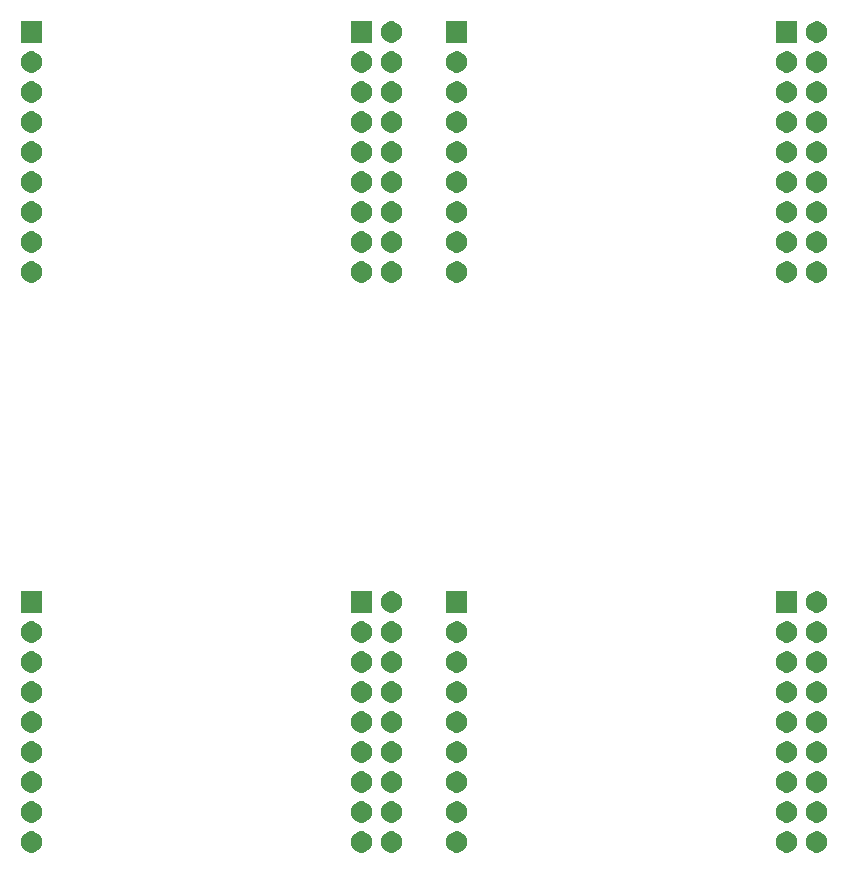
<source format=gbr>
G04 #@! TF.GenerationSoftware,KiCad,Pcbnew,5.1.5+dfsg1-2build2*
G04 #@! TF.CreationDate,2021-10-04T21:44:55-05:00*
G04 #@! TF.ProjectId,,58585858-5858-4585-9858-585858585858,rev?*
G04 #@! TF.SameCoordinates,Original*
G04 #@! TF.FileFunction,Soldermask,Bot*
G04 #@! TF.FilePolarity,Negative*
%FSLAX46Y46*%
G04 Gerber Fmt 4.6, Leading zero omitted, Abs format (unit mm)*
G04 Created by KiCad (PCBNEW 5.1.5+dfsg1-2build2) date 2021-10-04 21:44:55*
%MOMM*%
%LPD*%
G04 APERTURE LIST*
%ADD10C,0.100000*%
G04 APERTURE END LIST*
D10*
G36*
X188513512Y-112565927D02*
G01*
X188662812Y-112595624D01*
X188826784Y-112663544D01*
X188974354Y-112762147D01*
X189099853Y-112887646D01*
X189198456Y-113035216D01*
X189266376Y-113199188D01*
X189301000Y-113373259D01*
X189301000Y-113550741D01*
X189266376Y-113724812D01*
X189198456Y-113888784D01*
X189099853Y-114036354D01*
X188974354Y-114161853D01*
X188826784Y-114260456D01*
X188662812Y-114328376D01*
X188513512Y-114358073D01*
X188488742Y-114363000D01*
X188311258Y-114363000D01*
X188286488Y-114358073D01*
X188137188Y-114328376D01*
X187973216Y-114260456D01*
X187825646Y-114161853D01*
X187700147Y-114036354D01*
X187601544Y-113888784D01*
X187533624Y-113724812D01*
X187499000Y-113550741D01*
X187499000Y-113373259D01*
X187533624Y-113199188D01*
X187601544Y-113035216D01*
X187700147Y-112887646D01*
X187825646Y-112762147D01*
X187973216Y-112663544D01*
X188137188Y-112595624D01*
X188286488Y-112565927D01*
X188311258Y-112561000D01*
X188488742Y-112561000D01*
X188513512Y-112565927D01*
G37*
G36*
X158033512Y-112565927D02*
G01*
X158182812Y-112595624D01*
X158346784Y-112663544D01*
X158494354Y-112762147D01*
X158619853Y-112887646D01*
X158718456Y-113035216D01*
X158786376Y-113199188D01*
X158821000Y-113373259D01*
X158821000Y-113550741D01*
X158786376Y-113724812D01*
X158718456Y-113888784D01*
X158619853Y-114036354D01*
X158494354Y-114161853D01*
X158346784Y-114260456D01*
X158182812Y-114328376D01*
X158033512Y-114358073D01*
X158008742Y-114363000D01*
X157831258Y-114363000D01*
X157806488Y-114358073D01*
X157657188Y-114328376D01*
X157493216Y-114260456D01*
X157345646Y-114161853D01*
X157220147Y-114036354D01*
X157121544Y-113888784D01*
X157053624Y-113724812D01*
X157019000Y-113550741D01*
X157019000Y-113373259D01*
X157053624Y-113199188D01*
X157121544Y-113035216D01*
X157220147Y-112887646D01*
X157345646Y-112762147D01*
X157493216Y-112663544D01*
X157657188Y-112595624D01*
X157806488Y-112565927D01*
X157831258Y-112561000D01*
X158008742Y-112561000D01*
X158033512Y-112565927D01*
G37*
G36*
X122033512Y-112565927D02*
G01*
X122182812Y-112595624D01*
X122346784Y-112663544D01*
X122494354Y-112762147D01*
X122619853Y-112887646D01*
X122718456Y-113035216D01*
X122786376Y-113199188D01*
X122821000Y-113373259D01*
X122821000Y-113550741D01*
X122786376Y-113724812D01*
X122718456Y-113888784D01*
X122619853Y-114036354D01*
X122494354Y-114161853D01*
X122346784Y-114260456D01*
X122182812Y-114328376D01*
X122033512Y-114358073D01*
X122008742Y-114363000D01*
X121831258Y-114363000D01*
X121806488Y-114358073D01*
X121657188Y-114328376D01*
X121493216Y-114260456D01*
X121345646Y-114161853D01*
X121220147Y-114036354D01*
X121121544Y-113888784D01*
X121053624Y-113724812D01*
X121019000Y-113550741D01*
X121019000Y-113373259D01*
X121053624Y-113199188D01*
X121121544Y-113035216D01*
X121220147Y-112887646D01*
X121345646Y-112762147D01*
X121493216Y-112663544D01*
X121657188Y-112595624D01*
X121806488Y-112565927D01*
X121831258Y-112561000D01*
X122008742Y-112561000D01*
X122033512Y-112565927D01*
G37*
G36*
X149973512Y-112565927D02*
G01*
X150122812Y-112595624D01*
X150286784Y-112663544D01*
X150434354Y-112762147D01*
X150559853Y-112887646D01*
X150658456Y-113035216D01*
X150726376Y-113199188D01*
X150761000Y-113373259D01*
X150761000Y-113550741D01*
X150726376Y-113724812D01*
X150658456Y-113888784D01*
X150559853Y-114036354D01*
X150434354Y-114161853D01*
X150286784Y-114260456D01*
X150122812Y-114328376D01*
X149973512Y-114358073D01*
X149948742Y-114363000D01*
X149771258Y-114363000D01*
X149746488Y-114358073D01*
X149597188Y-114328376D01*
X149433216Y-114260456D01*
X149285646Y-114161853D01*
X149160147Y-114036354D01*
X149061544Y-113888784D01*
X148993624Y-113724812D01*
X148959000Y-113550741D01*
X148959000Y-113373259D01*
X148993624Y-113199188D01*
X149061544Y-113035216D01*
X149160147Y-112887646D01*
X149285646Y-112762147D01*
X149433216Y-112663544D01*
X149597188Y-112595624D01*
X149746488Y-112565927D01*
X149771258Y-112561000D01*
X149948742Y-112561000D01*
X149973512Y-112565927D01*
G37*
G36*
X152513512Y-112565927D02*
G01*
X152662812Y-112595624D01*
X152826784Y-112663544D01*
X152974354Y-112762147D01*
X153099853Y-112887646D01*
X153198456Y-113035216D01*
X153266376Y-113199188D01*
X153301000Y-113373259D01*
X153301000Y-113550741D01*
X153266376Y-113724812D01*
X153198456Y-113888784D01*
X153099853Y-114036354D01*
X152974354Y-114161853D01*
X152826784Y-114260456D01*
X152662812Y-114328376D01*
X152513512Y-114358073D01*
X152488742Y-114363000D01*
X152311258Y-114363000D01*
X152286488Y-114358073D01*
X152137188Y-114328376D01*
X151973216Y-114260456D01*
X151825646Y-114161853D01*
X151700147Y-114036354D01*
X151601544Y-113888784D01*
X151533624Y-113724812D01*
X151499000Y-113550741D01*
X151499000Y-113373259D01*
X151533624Y-113199188D01*
X151601544Y-113035216D01*
X151700147Y-112887646D01*
X151825646Y-112762147D01*
X151973216Y-112663544D01*
X152137188Y-112595624D01*
X152286488Y-112565927D01*
X152311258Y-112561000D01*
X152488742Y-112561000D01*
X152513512Y-112565927D01*
G37*
G36*
X185973512Y-112565927D02*
G01*
X186122812Y-112595624D01*
X186286784Y-112663544D01*
X186434354Y-112762147D01*
X186559853Y-112887646D01*
X186658456Y-113035216D01*
X186726376Y-113199188D01*
X186761000Y-113373259D01*
X186761000Y-113550741D01*
X186726376Y-113724812D01*
X186658456Y-113888784D01*
X186559853Y-114036354D01*
X186434354Y-114161853D01*
X186286784Y-114260456D01*
X186122812Y-114328376D01*
X185973512Y-114358073D01*
X185948742Y-114363000D01*
X185771258Y-114363000D01*
X185746488Y-114358073D01*
X185597188Y-114328376D01*
X185433216Y-114260456D01*
X185285646Y-114161853D01*
X185160147Y-114036354D01*
X185061544Y-113888784D01*
X184993624Y-113724812D01*
X184959000Y-113550741D01*
X184959000Y-113373259D01*
X184993624Y-113199188D01*
X185061544Y-113035216D01*
X185160147Y-112887646D01*
X185285646Y-112762147D01*
X185433216Y-112663544D01*
X185597188Y-112595624D01*
X185746488Y-112565927D01*
X185771258Y-112561000D01*
X185948742Y-112561000D01*
X185973512Y-112565927D01*
G37*
G36*
X185973512Y-110025927D02*
G01*
X186122812Y-110055624D01*
X186286784Y-110123544D01*
X186434354Y-110222147D01*
X186559853Y-110347646D01*
X186658456Y-110495216D01*
X186726376Y-110659188D01*
X186761000Y-110833259D01*
X186761000Y-111010741D01*
X186726376Y-111184812D01*
X186658456Y-111348784D01*
X186559853Y-111496354D01*
X186434354Y-111621853D01*
X186286784Y-111720456D01*
X186122812Y-111788376D01*
X185973512Y-111818073D01*
X185948742Y-111823000D01*
X185771258Y-111823000D01*
X185746488Y-111818073D01*
X185597188Y-111788376D01*
X185433216Y-111720456D01*
X185285646Y-111621853D01*
X185160147Y-111496354D01*
X185061544Y-111348784D01*
X184993624Y-111184812D01*
X184959000Y-111010741D01*
X184959000Y-110833259D01*
X184993624Y-110659188D01*
X185061544Y-110495216D01*
X185160147Y-110347646D01*
X185285646Y-110222147D01*
X185433216Y-110123544D01*
X185597188Y-110055624D01*
X185746488Y-110025927D01*
X185771258Y-110021000D01*
X185948742Y-110021000D01*
X185973512Y-110025927D01*
G37*
G36*
X188513512Y-110025927D02*
G01*
X188662812Y-110055624D01*
X188826784Y-110123544D01*
X188974354Y-110222147D01*
X189099853Y-110347646D01*
X189198456Y-110495216D01*
X189266376Y-110659188D01*
X189301000Y-110833259D01*
X189301000Y-111010741D01*
X189266376Y-111184812D01*
X189198456Y-111348784D01*
X189099853Y-111496354D01*
X188974354Y-111621853D01*
X188826784Y-111720456D01*
X188662812Y-111788376D01*
X188513512Y-111818073D01*
X188488742Y-111823000D01*
X188311258Y-111823000D01*
X188286488Y-111818073D01*
X188137188Y-111788376D01*
X187973216Y-111720456D01*
X187825646Y-111621853D01*
X187700147Y-111496354D01*
X187601544Y-111348784D01*
X187533624Y-111184812D01*
X187499000Y-111010741D01*
X187499000Y-110833259D01*
X187533624Y-110659188D01*
X187601544Y-110495216D01*
X187700147Y-110347646D01*
X187825646Y-110222147D01*
X187973216Y-110123544D01*
X188137188Y-110055624D01*
X188286488Y-110025927D01*
X188311258Y-110021000D01*
X188488742Y-110021000D01*
X188513512Y-110025927D01*
G37*
G36*
X152513512Y-110025927D02*
G01*
X152662812Y-110055624D01*
X152826784Y-110123544D01*
X152974354Y-110222147D01*
X153099853Y-110347646D01*
X153198456Y-110495216D01*
X153266376Y-110659188D01*
X153301000Y-110833259D01*
X153301000Y-111010741D01*
X153266376Y-111184812D01*
X153198456Y-111348784D01*
X153099853Y-111496354D01*
X152974354Y-111621853D01*
X152826784Y-111720456D01*
X152662812Y-111788376D01*
X152513512Y-111818073D01*
X152488742Y-111823000D01*
X152311258Y-111823000D01*
X152286488Y-111818073D01*
X152137188Y-111788376D01*
X151973216Y-111720456D01*
X151825646Y-111621853D01*
X151700147Y-111496354D01*
X151601544Y-111348784D01*
X151533624Y-111184812D01*
X151499000Y-111010741D01*
X151499000Y-110833259D01*
X151533624Y-110659188D01*
X151601544Y-110495216D01*
X151700147Y-110347646D01*
X151825646Y-110222147D01*
X151973216Y-110123544D01*
X152137188Y-110055624D01*
X152286488Y-110025927D01*
X152311258Y-110021000D01*
X152488742Y-110021000D01*
X152513512Y-110025927D01*
G37*
G36*
X149973512Y-110025927D02*
G01*
X150122812Y-110055624D01*
X150286784Y-110123544D01*
X150434354Y-110222147D01*
X150559853Y-110347646D01*
X150658456Y-110495216D01*
X150726376Y-110659188D01*
X150761000Y-110833259D01*
X150761000Y-111010741D01*
X150726376Y-111184812D01*
X150658456Y-111348784D01*
X150559853Y-111496354D01*
X150434354Y-111621853D01*
X150286784Y-111720456D01*
X150122812Y-111788376D01*
X149973512Y-111818073D01*
X149948742Y-111823000D01*
X149771258Y-111823000D01*
X149746488Y-111818073D01*
X149597188Y-111788376D01*
X149433216Y-111720456D01*
X149285646Y-111621853D01*
X149160147Y-111496354D01*
X149061544Y-111348784D01*
X148993624Y-111184812D01*
X148959000Y-111010741D01*
X148959000Y-110833259D01*
X148993624Y-110659188D01*
X149061544Y-110495216D01*
X149160147Y-110347646D01*
X149285646Y-110222147D01*
X149433216Y-110123544D01*
X149597188Y-110055624D01*
X149746488Y-110025927D01*
X149771258Y-110021000D01*
X149948742Y-110021000D01*
X149973512Y-110025927D01*
G37*
G36*
X158033512Y-110025927D02*
G01*
X158182812Y-110055624D01*
X158346784Y-110123544D01*
X158494354Y-110222147D01*
X158619853Y-110347646D01*
X158718456Y-110495216D01*
X158786376Y-110659188D01*
X158821000Y-110833259D01*
X158821000Y-111010741D01*
X158786376Y-111184812D01*
X158718456Y-111348784D01*
X158619853Y-111496354D01*
X158494354Y-111621853D01*
X158346784Y-111720456D01*
X158182812Y-111788376D01*
X158033512Y-111818073D01*
X158008742Y-111823000D01*
X157831258Y-111823000D01*
X157806488Y-111818073D01*
X157657188Y-111788376D01*
X157493216Y-111720456D01*
X157345646Y-111621853D01*
X157220147Y-111496354D01*
X157121544Y-111348784D01*
X157053624Y-111184812D01*
X157019000Y-111010741D01*
X157019000Y-110833259D01*
X157053624Y-110659188D01*
X157121544Y-110495216D01*
X157220147Y-110347646D01*
X157345646Y-110222147D01*
X157493216Y-110123544D01*
X157657188Y-110055624D01*
X157806488Y-110025927D01*
X157831258Y-110021000D01*
X158008742Y-110021000D01*
X158033512Y-110025927D01*
G37*
G36*
X122033512Y-110025927D02*
G01*
X122182812Y-110055624D01*
X122346784Y-110123544D01*
X122494354Y-110222147D01*
X122619853Y-110347646D01*
X122718456Y-110495216D01*
X122786376Y-110659188D01*
X122821000Y-110833259D01*
X122821000Y-111010741D01*
X122786376Y-111184812D01*
X122718456Y-111348784D01*
X122619853Y-111496354D01*
X122494354Y-111621853D01*
X122346784Y-111720456D01*
X122182812Y-111788376D01*
X122033512Y-111818073D01*
X122008742Y-111823000D01*
X121831258Y-111823000D01*
X121806488Y-111818073D01*
X121657188Y-111788376D01*
X121493216Y-111720456D01*
X121345646Y-111621853D01*
X121220147Y-111496354D01*
X121121544Y-111348784D01*
X121053624Y-111184812D01*
X121019000Y-111010741D01*
X121019000Y-110833259D01*
X121053624Y-110659188D01*
X121121544Y-110495216D01*
X121220147Y-110347646D01*
X121345646Y-110222147D01*
X121493216Y-110123544D01*
X121657188Y-110055624D01*
X121806488Y-110025927D01*
X121831258Y-110021000D01*
X122008742Y-110021000D01*
X122033512Y-110025927D01*
G37*
G36*
X152513512Y-107485927D02*
G01*
X152662812Y-107515624D01*
X152826784Y-107583544D01*
X152974354Y-107682147D01*
X153099853Y-107807646D01*
X153198456Y-107955216D01*
X153266376Y-108119188D01*
X153301000Y-108293259D01*
X153301000Y-108470741D01*
X153266376Y-108644812D01*
X153198456Y-108808784D01*
X153099853Y-108956354D01*
X152974354Y-109081853D01*
X152826784Y-109180456D01*
X152662812Y-109248376D01*
X152513512Y-109278073D01*
X152488742Y-109283000D01*
X152311258Y-109283000D01*
X152286488Y-109278073D01*
X152137188Y-109248376D01*
X151973216Y-109180456D01*
X151825646Y-109081853D01*
X151700147Y-108956354D01*
X151601544Y-108808784D01*
X151533624Y-108644812D01*
X151499000Y-108470741D01*
X151499000Y-108293259D01*
X151533624Y-108119188D01*
X151601544Y-107955216D01*
X151700147Y-107807646D01*
X151825646Y-107682147D01*
X151973216Y-107583544D01*
X152137188Y-107515624D01*
X152286488Y-107485927D01*
X152311258Y-107481000D01*
X152488742Y-107481000D01*
X152513512Y-107485927D01*
G37*
G36*
X122033512Y-107485927D02*
G01*
X122182812Y-107515624D01*
X122346784Y-107583544D01*
X122494354Y-107682147D01*
X122619853Y-107807646D01*
X122718456Y-107955216D01*
X122786376Y-108119188D01*
X122821000Y-108293259D01*
X122821000Y-108470741D01*
X122786376Y-108644812D01*
X122718456Y-108808784D01*
X122619853Y-108956354D01*
X122494354Y-109081853D01*
X122346784Y-109180456D01*
X122182812Y-109248376D01*
X122033512Y-109278073D01*
X122008742Y-109283000D01*
X121831258Y-109283000D01*
X121806488Y-109278073D01*
X121657188Y-109248376D01*
X121493216Y-109180456D01*
X121345646Y-109081853D01*
X121220147Y-108956354D01*
X121121544Y-108808784D01*
X121053624Y-108644812D01*
X121019000Y-108470741D01*
X121019000Y-108293259D01*
X121053624Y-108119188D01*
X121121544Y-107955216D01*
X121220147Y-107807646D01*
X121345646Y-107682147D01*
X121493216Y-107583544D01*
X121657188Y-107515624D01*
X121806488Y-107485927D01*
X121831258Y-107481000D01*
X122008742Y-107481000D01*
X122033512Y-107485927D01*
G37*
G36*
X185973512Y-107485927D02*
G01*
X186122812Y-107515624D01*
X186286784Y-107583544D01*
X186434354Y-107682147D01*
X186559853Y-107807646D01*
X186658456Y-107955216D01*
X186726376Y-108119188D01*
X186761000Y-108293259D01*
X186761000Y-108470741D01*
X186726376Y-108644812D01*
X186658456Y-108808784D01*
X186559853Y-108956354D01*
X186434354Y-109081853D01*
X186286784Y-109180456D01*
X186122812Y-109248376D01*
X185973512Y-109278073D01*
X185948742Y-109283000D01*
X185771258Y-109283000D01*
X185746488Y-109278073D01*
X185597188Y-109248376D01*
X185433216Y-109180456D01*
X185285646Y-109081853D01*
X185160147Y-108956354D01*
X185061544Y-108808784D01*
X184993624Y-108644812D01*
X184959000Y-108470741D01*
X184959000Y-108293259D01*
X184993624Y-108119188D01*
X185061544Y-107955216D01*
X185160147Y-107807646D01*
X185285646Y-107682147D01*
X185433216Y-107583544D01*
X185597188Y-107515624D01*
X185746488Y-107485927D01*
X185771258Y-107481000D01*
X185948742Y-107481000D01*
X185973512Y-107485927D01*
G37*
G36*
X188513512Y-107485927D02*
G01*
X188662812Y-107515624D01*
X188826784Y-107583544D01*
X188974354Y-107682147D01*
X189099853Y-107807646D01*
X189198456Y-107955216D01*
X189266376Y-108119188D01*
X189301000Y-108293259D01*
X189301000Y-108470741D01*
X189266376Y-108644812D01*
X189198456Y-108808784D01*
X189099853Y-108956354D01*
X188974354Y-109081853D01*
X188826784Y-109180456D01*
X188662812Y-109248376D01*
X188513512Y-109278073D01*
X188488742Y-109283000D01*
X188311258Y-109283000D01*
X188286488Y-109278073D01*
X188137188Y-109248376D01*
X187973216Y-109180456D01*
X187825646Y-109081853D01*
X187700147Y-108956354D01*
X187601544Y-108808784D01*
X187533624Y-108644812D01*
X187499000Y-108470741D01*
X187499000Y-108293259D01*
X187533624Y-108119188D01*
X187601544Y-107955216D01*
X187700147Y-107807646D01*
X187825646Y-107682147D01*
X187973216Y-107583544D01*
X188137188Y-107515624D01*
X188286488Y-107485927D01*
X188311258Y-107481000D01*
X188488742Y-107481000D01*
X188513512Y-107485927D01*
G37*
G36*
X149973512Y-107485927D02*
G01*
X150122812Y-107515624D01*
X150286784Y-107583544D01*
X150434354Y-107682147D01*
X150559853Y-107807646D01*
X150658456Y-107955216D01*
X150726376Y-108119188D01*
X150761000Y-108293259D01*
X150761000Y-108470741D01*
X150726376Y-108644812D01*
X150658456Y-108808784D01*
X150559853Y-108956354D01*
X150434354Y-109081853D01*
X150286784Y-109180456D01*
X150122812Y-109248376D01*
X149973512Y-109278073D01*
X149948742Y-109283000D01*
X149771258Y-109283000D01*
X149746488Y-109278073D01*
X149597188Y-109248376D01*
X149433216Y-109180456D01*
X149285646Y-109081853D01*
X149160147Y-108956354D01*
X149061544Y-108808784D01*
X148993624Y-108644812D01*
X148959000Y-108470741D01*
X148959000Y-108293259D01*
X148993624Y-108119188D01*
X149061544Y-107955216D01*
X149160147Y-107807646D01*
X149285646Y-107682147D01*
X149433216Y-107583544D01*
X149597188Y-107515624D01*
X149746488Y-107485927D01*
X149771258Y-107481000D01*
X149948742Y-107481000D01*
X149973512Y-107485927D01*
G37*
G36*
X158033512Y-107485927D02*
G01*
X158182812Y-107515624D01*
X158346784Y-107583544D01*
X158494354Y-107682147D01*
X158619853Y-107807646D01*
X158718456Y-107955216D01*
X158786376Y-108119188D01*
X158821000Y-108293259D01*
X158821000Y-108470741D01*
X158786376Y-108644812D01*
X158718456Y-108808784D01*
X158619853Y-108956354D01*
X158494354Y-109081853D01*
X158346784Y-109180456D01*
X158182812Y-109248376D01*
X158033512Y-109278073D01*
X158008742Y-109283000D01*
X157831258Y-109283000D01*
X157806488Y-109278073D01*
X157657188Y-109248376D01*
X157493216Y-109180456D01*
X157345646Y-109081853D01*
X157220147Y-108956354D01*
X157121544Y-108808784D01*
X157053624Y-108644812D01*
X157019000Y-108470741D01*
X157019000Y-108293259D01*
X157053624Y-108119188D01*
X157121544Y-107955216D01*
X157220147Y-107807646D01*
X157345646Y-107682147D01*
X157493216Y-107583544D01*
X157657188Y-107515624D01*
X157806488Y-107485927D01*
X157831258Y-107481000D01*
X158008742Y-107481000D01*
X158033512Y-107485927D01*
G37*
G36*
X188513512Y-104945927D02*
G01*
X188662812Y-104975624D01*
X188826784Y-105043544D01*
X188974354Y-105142147D01*
X189099853Y-105267646D01*
X189198456Y-105415216D01*
X189266376Y-105579188D01*
X189301000Y-105753259D01*
X189301000Y-105930741D01*
X189266376Y-106104812D01*
X189198456Y-106268784D01*
X189099853Y-106416354D01*
X188974354Y-106541853D01*
X188826784Y-106640456D01*
X188662812Y-106708376D01*
X188513512Y-106738073D01*
X188488742Y-106743000D01*
X188311258Y-106743000D01*
X188286488Y-106738073D01*
X188137188Y-106708376D01*
X187973216Y-106640456D01*
X187825646Y-106541853D01*
X187700147Y-106416354D01*
X187601544Y-106268784D01*
X187533624Y-106104812D01*
X187499000Y-105930741D01*
X187499000Y-105753259D01*
X187533624Y-105579188D01*
X187601544Y-105415216D01*
X187700147Y-105267646D01*
X187825646Y-105142147D01*
X187973216Y-105043544D01*
X188137188Y-104975624D01*
X188286488Y-104945927D01*
X188311258Y-104941000D01*
X188488742Y-104941000D01*
X188513512Y-104945927D01*
G37*
G36*
X152513512Y-104945927D02*
G01*
X152662812Y-104975624D01*
X152826784Y-105043544D01*
X152974354Y-105142147D01*
X153099853Y-105267646D01*
X153198456Y-105415216D01*
X153266376Y-105579188D01*
X153301000Y-105753259D01*
X153301000Y-105930741D01*
X153266376Y-106104812D01*
X153198456Y-106268784D01*
X153099853Y-106416354D01*
X152974354Y-106541853D01*
X152826784Y-106640456D01*
X152662812Y-106708376D01*
X152513512Y-106738073D01*
X152488742Y-106743000D01*
X152311258Y-106743000D01*
X152286488Y-106738073D01*
X152137188Y-106708376D01*
X151973216Y-106640456D01*
X151825646Y-106541853D01*
X151700147Y-106416354D01*
X151601544Y-106268784D01*
X151533624Y-106104812D01*
X151499000Y-105930741D01*
X151499000Y-105753259D01*
X151533624Y-105579188D01*
X151601544Y-105415216D01*
X151700147Y-105267646D01*
X151825646Y-105142147D01*
X151973216Y-105043544D01*
X152137188Y-104975624D01*
X152286488Y-104945927D01*
X152311258Y-104941000D01*
X152488742Y-104941000D01*
X152513512Y-104945927D01*
G37*
G36*
X185973512Y-104945927D02*
G01*
X186122812Y-104975624D01*
X186286784Y-105043544D01*
X186434354Y-105142147D01*
X186559853Y-105267646D01*
X186658456Y-105415216D01*
X186726376Y-105579188D01*
X186761000Y-105753259D01*
X186761000Y-105930741D01*
X186726376Y-106104812D01*
X186658456Y-106268784D01*
X186559853Y-106416354D01*
X186434354Y-106541853D01*
X186286784Y-106640456D01*
X186122812Y-106708376D01*
X185973512Y-106738073D01*
X185948742Y-106743000D01*
X185771258Y-106743000D01*
X185746488Y-106738073D01*
X185597188Y-106708376D01*
X185433216Y-106640456D01*
X185285646Y-106541853D01*
X185160147Y-106416354D01*
X185061544Y-106268784D01*
X184993624Y-106104812D01*
X184959000Y-105930741D01*
X184959000Y-105753259D01*
X184993624Y-105579188D01*
X185061544Y-105415216D01*
X185160147Y-105267646D01*
X185285646Y-105142147D01*
X185433216Y-105043544D01*
X185597188Y-104975624D01*
X185746488Y-104945927D01*
X185771258Y-104941000D01*
X185948742Y-104941000D01*
X185973512Y-104945927D01*
G37*
G36*
X158033512Y-104945927D02*
G01*
X158182812Y-104975624D01*
X158346784Y-105043544D01*
X158494354Y-105142147D01*
X158619853Y-105267646D01*
X158718456Y-105415216D01*
X158786376Y-105579188D01*
X158821000Y-105753259D01*
X158821000Y-105930741D01*
X158786376Y-106104812D01*
X158718456Y-106268784D01*
X158619853Y-106416354D01*
X158494354Y-106541853D01*
X158346784Y-106640456D01*
X158182812Y-106708376D01*
X158033512Y-106738073D01*
X158008742Y-106743000D01*
X157831258Y-106743000D01*
X157806488Y-106738073D01*
X157657188Y-106708376D01*
X157493216Y-106640456D01*
X157345646Y-106541853D01*
X157220147Y-106416354D01*
X157121544Y-106268784D01*
X157053624Y-106104812D01*
X157019000Y-105930741D01*
X157019000Y-105753259D01*
X157053624Y-105579188D01*
X157121544Y-105415216D01*
X157220147Y-105267646D01*
X157345646Y-105142147D01*
X157493216Y-105043544D01*
X157657188Y-104975624D01*
X157806488Y-104945927D01*
X157831258Y-104941000D01*
X158008742Y-104941000D01*
X158033512Y-104945927D01*
G37*
G36*
X122033512Y-104945927D02*
G01*
X122182812Y-104975624D01*
X122346784Y-105043544D01*
X122494354Y-105142147D01*
X122619853Y-105267646D01*
X122718456Y-105415216D01*
X122786376Y-105579188D01*
X122821000Y-105753259D01*
X122821000Y-105930741D01*
X122786376Y-106104812D01*
X122718456Y-106268784D01*
X122619853Y-106416354D01*
X122494354Y-106541853D01*
X122346784Y-106640456D01*
X122182812Y-106708376D01*
X122033512Y-106738073D01*
X122008742Y-106743000D01*
X121831258Y-106743000D01*
X121806488Y-106738073D01*
X121657188Y-106708376D01*
X121493216Y-106640456D01*
X121345646Y-106541853D01*
X121220147Y-106416354D01*
X121121544Y-106268784D01*
X121053624Y-106104812D01*
X121019000Y-105930741D01*
X121019000Y-105753259D01*
X121053624Y-105579188D01*
X121121544Y-105415216D01*
X121220147Y-105267646D01*
X121345646Y-105142147D01*
X121493216Y-105043544D01*
X121657188Y-104975624D01*
X121806488Y-104945927D01*
X121831258Y-104941000D01*
X122008742Y-104941000D01*
X122033512Y-104945927D01*
G37*
G36*
X149973512Y-104945927D02*
G01*
X150122812Y-104975624D01*
X150286784Y-105043544D01*
X150434354Y-105142147D01*
X150559853Y-105267646D01*
X150658456Y-105415216D01*
X150726376Y-105579188D01*
X150761000Y-105753259D01*
X150761000Y-105930741D01*
X150726376Y-106104812D01*
X150658456Y-106268784D01*
X150559853Y-106416354D01*
X150434354Y-106541853D01*
X150286784Y-106640456D01*
X150122812Y-106708376D01*
X149973512Y-106738073D01*
X149948742Y-106743000D01*
X149771258Y-106743000D01*
X149746488Y-106738073D01*
X149597188Y-106708376D01*
X149433216Y-106640456D01*
X149285646Y-106541853D01*
X149160147Y-106416354D01*
X149061544Y-106268784D01*
X148993624Y-106104812D01*
X148959000Y-105930741D01*
X148959000Y-105753259D01*
X148993624Y-105579188D01*
X149061544Y-105415216D01*
X149160147Y-105267646D01*
X149285646Y-105142147D01*
X149433216Y-105043544D01*
X149597188Y-104975624D01*
X149746488Y-104945927D01*
X149771258Y-104941000D01*
X149948742Y-104941000D01*
X149973512Y-104945927D01*
G37*
G36*
X149973512Y-102405927D02*
G01*
X150122812Y-102435624D01*
X150286784Y-102503544D01*
X150434354Y-102602147D01*
X150559853Y-102727646D01*
X150658456Y-102875216D01*
X150726376Y-103039188D01*
X150761000Y-103213259D01*
X150761000Y-103390741D01*
X150726376Y-103564812D01*
X150658456Y-103728784D01*
X150559853Y-103876354D01*
X150434354Y-104001853D01*
X150286784Y-104100456D01*
X150122812Y-104168376D01*
X149973512Y-104198073D01*
X149948742Y-104203000D01*
X149771258Y-104203000D01*
X149746488Y-104198073D01*
X149597188Y-104168376D01*
X149433216Y-104100456D01*
X149285646Y-104001853D01*
X149160147Y-103876354D01*
X149061544Y-103728784D01*
X148993624Y-103564812D01*
X148959000Y-103390741D01*
X148959000Y-103213259D01*
X148993624Y-103039188D01*
X149061544Y-102875216D01*
X149160147Y-102727646D01*
X149285646Y-102602147D01*
X149433216Y-102503544D01*
X149597188Y-102435624D01*
X149746488Y-102405927D01*
X149771258Y-102401000D01*
X149948742Y-102401000D01*
X149973512Y-102405927D01*
G37*
G36*
X122033512Y-102405927D02*
G01*
X122182812Y-102435624D01*
X122346784Y-102503544D01*
X122494354Y-102602147D01*
X122619853Y-102727646D01*
X122718456Y-102875216D01*
X122786376Y-103039188D01*
X122821000Y-103213259D01*
X122821000Y-103390741D01*
X122786376Y-103564812D01*
X122718456Y-103728784D01*
X122619853Y-103876354D01*
X122494354Y-104001853D01*
X122346784Y-104100456D01*
X122182812Y-104168376D01*
X122033512Y-104198073D01*
X122008742Y-104203000D01*
X121831258Y-104203000D01*
X121806488Y-104198073D01*
X121657188Y-104168376D01*
X121493216Y-104100456D01*
X121345646Y-104001853D01*
X121220147Y-103876354D01*
X121121544Y-103728784D01*
X121053624Y-103564812D01*
X121019000Y-103390741D01*
X121019000Y-103213259D01*
X121053624Y-103039188D01*
X121121544Y-102875216D01*
X121220147Y-102727646D01*
X121345646Y-102602147D01*
X121493216Y-102503544D01*
X121657188Y-102435624D01*
X121806488Y-102405927D01*
X121831258Y-102401000D01*
X122008742Y-102401000D01*
X122033512Y-102405927D01*
G37*
G36*
X152513512Y-102405927D02*
G01*
X152662812Y-102435624D01*
X152826784Y-102503544D01*
X152974354Y-102602147D01*
X153099853Y-102727646D01*
X153198456Y-102875216D01*
X153266376Y-103039188D01*
X153301000Y-103213259D01*
X153301000Y-103390741D01*
X153266376Y-103564812D01*
X153198456Y-103728784D01*
X153099853Y-103876354D01*
X152974354Y-104001853D01*
X152826784Y-104100456D01*
X152662812Y-104168376D01*
X152513512Y-104198073D01*
X152488742Y-104203000D01*
X152311258Y-104203000D01*
X152286488Y-104198073D01*
X152137188Y-104168376D01*
X151973216Y-104100456D01*
X151825646Y-104001853D01*
X151700147Y-103876354D01*
X151601544Y-103728784D01*
X151533624Y-103564812D01*
X151499000Y-103390741D01*
X151499000Y-103213259D01*
X151533624Y-103039188D01*
X151601544Y-102875216D01*
X151700147Y-102727646D01*
X151825646Y-102602147D01*
X151973216Y-102503544D01*
X152137188Y-102435624D01*
X152286488Y-102405927D01*
X152311258Y-102401000D01*
X152488742Y-102401000D01*
X152513512Y-102405927D01*
G37*
G36*
X188513512Y-102405927D02*
G01*
X188662812Y-102435624D01*
X188826784Y-102503544D01*
X188974354Y-102602147D01*
X189099853Y-102727646D01*
X189198456Y-102875216D01*
X189266376Y-103039188D01*
X189301000Y-103213259D01*
X189301000Y-103390741D01*
X189266376Y-103564812D01*
X189198456Y-103728784D01*
X189099853Y-103876354D01*
X188974354Y-104001853D01*
X188826784Y-104100456D01*
X188662812Y-104168376D01*
X188513512Y-104198073D01*
X188488742Y-104203000D01*
X188311258Y-104203000D01*
X188286488Y-104198073D01*
X188137188Y-104168376D01*
X187973216Y-104100456D01*
X187825646Y-104001853D01*
X187700147Y-103876354D01*
X187601544Y-103728784D01*
X187533624Y-103564812D01*
X187499000Y-103390741D01*
X187499000Y-103213259D01*
X187533624Y-103039188D01*
X187601544Y-102875216D01*
X187700147Y-102727646D01*
X187825646Y-102602147D01*
X187973216Y-102503544D01*
X188137188Y-102435624D01*
X188286488Y-102405927D01*
X188311258Y-102401000D01*
X188488742Y-102401000D01*
X188513512Y-102405927D01*
G37*
G36*
X158033512Y-102405927D02*
G01*
X158182812Y-102435624D01*
X158346784Y-102503544D01*
X158494354Y-102602147D01*
X158619853Y-102727646D01*
X158718456Y-102875216D01*
X158786376Y-103039188D01*
X158821000Y-103213259D01*
X158821000Y-103390741D01*
X158786376Y-103564812D01*
X158718456Y-103728784D01*
X158619853Y-103876354D01*
X158494354Y-104001853D01*
X158346784Y-104100456D01*
X158182812Y-104168376D01*
X158033512Y-104198073D01*
X158008742Y-104203000D01*
X157831258Y-104203000D01*
X157806488Y-104198073D01*
X157657188Y-104168376D01*
X157493216Y-104100456D01*
X157345646Y-104001853D01*
X157220147Y-103876354D01*
X157121544Y-103728784D01*
X157053624Y-103564812D01*
X157019000Y-103390741D01*
X157019000Y-103213259D01*
X157053624Y-103039188D01*
X157121544Y-102875216D01*
X157220147Y-102727646D01*
X157345646Y-102602147D01*
X157493216Y-102503544D01*
X157657188Y-102435624D01*
X157806488Y-102405927D01*
X157831258Y-102401000D01*
X158008742Y-102401000D01*
X158033512Y-102405927D01*
G37*
G36*
X185973512Y-102405927D02*
G01*
X186122812Y-102435624D01*
X186286784Y-102503544D01*
X186434354Y-102602147D01*
X186559853Y-102727646D01*
X186658456Y-102875216D01*
X186726376Y-103039188D01*
X186761000Y-103213259D01*
X186761000Y-103390741D01*
X186726376Y-103564812D01*
X186658456Y-103728784D01*
X186559853Y-103876354D01*
X186434354Y-104001853D01*
X186286784Y-104100456D01*
X186122812Y-104168376D01*
X185973512Y-104198073D01*
X185948742Y-104203000D01*
X185771258Y-104203000D01*
X185746488Y-104198073D01*
X185597188Y-104168376D01*
X185433216Y-104100456D01*
X185285646Y-104001853D01*
X185160147Y-103876354D01*
X185061544Y-103728784D01*
X184993624Y-103564812D01*
X184959000Y-103390741D01*
X184959000Y-103213259D01*
X184993624Y-103039188D01*
X185061544Y-102875216D01*
X185160147Y-102727646D01*
X185285646Y-102602147D01*
X185433216Y-102503544D01*
X185597188Y-102435624D01*
X185746488Y-102405927D01*
X185771258Y-102401000D01*
X185948742Y-102401000D01*
X185973512Y-102405927D01*
G37*
G36*
X152513512Y-99865927D02*
G01*
X152662812Y-99895624D01*
X152826784Y-99963544D01*
X152974354Y-100062147D01*
X153099853Y-100187646D01*
X153198456Y-100335216D01*
X153266376Y-100499188D01*
X153301000Y-100673259D01*
X153301000Y-100850741D01*
X153266376Y-101024812D01*
X153198456Y-101188784D01*
X153099853Y-101336354D01*
X152974354Y-101461853D01*
X152826784Y-101560456D01*
X152662812Y-101628376D01*
X152513512Y-101658073D01*
X152488742Y-101663000D01*
X152311258Y-101663000D01*
X152286488Y-101658073D01*
X152137188Y-101628376D01*
X151973216Y-101560456D01*
X151825646Y-101461853D01*
X151700147Y-101336354D01*
X151601544Y-101188784D01*
X151533624Y-101024812D01*
X151499000Y-100850741D01*
X151499000Y-100673259D01*
X151533624Y-100499188D01*
X151601544Y-100335216D01*
X151700147Y-100187646D01*
X151825646Y-100062147D01*
X151973216Y-99963544D01*
X152137188Y-99895624D01*
X152286488Y-99865927D01*
X152311258Y-99861000D01*
X152488742Y-99861000D01*
X152513512Y-99865927D01*
G37*
G36*
X188513512Y-99865927D02*
G01*
X188662812Y-99895624D01*
X188826784Y-99963544D01*
X188974354Y-100062147D01*
X189099853Y-100187646D01*
X189198456Y-100335216D01*
X189266376Y-100499188D01*
X189301000Y-100673259D01*
X189301000Y-100850741D01*
X189266376Y-101024812D01*
X189198456Y-101188784D01*
X189099853Y-101336354D01*
X188974354Y-101461853D01*
X188826784Y-101560456D01*
X188662812Y-101628376D01*
X188513512Y-101658073D01*
X188488742Y-101663000D01*
X188311258Y-101663000D01*
X188286488Y-101658073D01*
X188137188Y-101628376D01*
X187973216Y-101560456D01*
X187825646Y-101461853D01*
X187700147Y-101336354D01*
X187601544Y-101188784D01*
X187533624Y-101024812D01*
X187499000Y-100850741D01*
X187499000Y-100673259D01*
X187533624Y-100499188D01*
X187601544Y-100335216D01*
X187700147Y-100187646D01*
X187825646Y-100062147D01*
X187973216Y-99963544D01*
X188137188Y-99895624D01*
X188286488Y-99865927D01*
X188311258Y-99861000D01*
X188488742Y-99861000D01*
X188513512Y-99865927D01*
G37*
G36*
X122033512Y-99865927D02*
G01*
X122182812Y-99895624D01*
X122346784Y-99963544D01*
X122494354Y-100062147D01*
X122619853Y-100187646D01*
X122718456Y-100335216D01*
X122786376Y-100499188D01*
X122821000Y-100673259D01*
X122821000Y-100850741D01*
X122786376Y-101024812D01*
X122718456Y-101188784D01*
X122619853Y-101336354D01*
X122494354Y-101461853D01*
X122346784Y-101560456D01*
X122182812Y-101628376D01*
X122033512Y-101658073D01*
X122008742Y-101663000D01*
X121831258Y-101663000D01*
X121806488Y-101658073D01*
X121657188Y-101628376D01*
X121493216Y-101560456D01*
X121345646Y-101461853D01*
X121220147Y-101336354D01*
X121121544Y-101188784D01*
X121053624Y-101024812D01*
X121019000Y-100850741D01*
X121019000Y-100673259D01*
X121053624Y-100499188D01*
X121121544Y-100335216D01*
X121220147Y-100187646D01*
X121345646Y-100062147D01*
X121493216Y-99963544D01*
X121657188Y-99895624D01*
X121806488Y-99865927D01*
X121831258Y-99861000D01*
X122008742Y-99861000D01*
X122033512Y-99865927D01*
G37*
G36*
X185973512Y-99865927D02*
G01*
X186122812Y-99895624D01*
X186286784Y-99963544D01*
X186434354Y-100062147D01*
X186559853Y-100187646D01*
X186658456Y-100335216D01*
X186726376Y-100499188D01*
X186761000Y-100673259D01*
X186761000Y-100850741D01*
X186726376Y-101024812D01*
X186658456Y-101188784D01*
X186559853Y-101336354D01*
X186434354Y-101461853D01*
X186286784Y-101560456D01*
X186122812Y-101628376D01*
X185973512Y-101658073D01*
X185948742Y-101663000D01*
X185771258Y-101663000D01*
X185746488Y-101658073D01*
X185597188Y-101628376D01*
X185433216Y-101560456D01*
X185285646Y-101461853D01*
X185160147Y-101336354D01*
X185061544Y-101188784D01*
X184993624Y-101024812D01*
X184959000Y-100850741D01*
X184959000Y-100673259D01*
X184993624Y-100499188D01*
X185061544Y-100335216D01*
X185160147Y-100187646D01*
X185285646Y-100062147D01*
X185433216Y-99963544D01*
X185597188Y-99895624D01*
X185746488Y-99865927D01*
X185771258Y-99861000D01*
X185948742Y-99861000D01*
X185973512Y-99865927D01*
G37*
G36*
X158033512Y-99865927D02*
G01*
X158182812Y-99895624D01*
X158346784Y-99963544D01*
X158494354Y-100062147D01*
X158619853Y-100187646D01*
X158718456Y-100335216D01*
X158786376Y-100499188D01*
X158821000Y-100673259D01*
X158821000Y-100850741D01*
X158786376Y-101024812D01*
X158718456Y-101188784D01*
X158619853Y-101336354D01*
X158494354Y-101461853D01*
X158346784Y-101560456D01*
X158182812Y-101628376D01*
X158033512Y-101658073D01*
X158008742Y-101663000D01*
X157831258Y-101663000D01*
X157806488Y-101658073D01*
X157657188Y-101628376D01*
X157493216Y-101560456D01*
X157345646Y-101461853D01*
X157220147Y-101336354D01*
X157121544Y-101188784D01*
X157053624Y-101024812D01*
X157019000Y-100850741D01*
X157019000Y-100673259D01*
X157053624Y-100499188D01*
X157121544Y-100335216D01*
X157220147Y-100187646D01*
X157345646Y-100062147D01*
X157493216Y-99963544D01*
X157657188Y-99895624D01*
X157806488Y-99865927D01*
X157831258Y-99861000D01*
X158008742Y-99861000D01*
X158033512Y-99865927D01*
G37*
G36*
X149973512Y-99865927D02*
G01*
X150122812Y-99895624D01*
X150286784Y-99963544D01*
X150434354Y-100062147D01*
X150559853Y-100187646D01*
X150658456Y-100335216D01*
X150726376Y-100499188D01*
X150761000Y-100673259D01*
X150761000Y-100850741D01*
X150726376Y-101024812D01*
X150658456Y-101188784D01*
X150559853Y-101336354D01*
X150434354Y-101461853D01*
X150286784Y-101560456D01*
X150122812Y-101628376D01*
X149973512Y-101658073D01*
X149948742Y-101663000D01*
X149771258Y-101663000D01*
X149746488Y-101658073D01*
X149597188Y-101628376D01*
X149433216Y-101560456D01*
X149285646Y-101461853D01*
X149160147Y-101336354D01*
X149061544Y-101188784D01*
X148993624Y-101024812D01*
X148959000Y-100850741D01*
X148959000Y-100673259D01*
X148993624Y-100499188D01*
X149061544Y-100335216D01*
X149160147Y-100187646D01*
X149285646Y-100062147D01*
X149433216Y-99963544D01*
X149597188Y-99895624D01*
X149746488Y-99865927D01*
X149771258Y-99861000D01*
X149948742Y-99861000D01*
X149973512Y-99865927D01*
G37*
G36*
X188513512Y-97325927D02*
G01*
X188662812Y-97355624D01*
X188826784Y-97423544D01*
X188974354Y-97522147D01*
X189099853Y-97647646D01*
X189198456Y-97795216D01*
X189266376Y-97959188D01*
X189301000Y-98133259D01*
X189301000Y-98310741D01*
X189266376Y-98484812D01*
X189198456Y-98648784D01*
X189099853Y-98796354D01*
X188974354Y-98921853D01*
X188826784Y-99020456D01*
X188662812Y-99088376D01*
X188513512Y-99118073D01*
X188488742Y-99123000D01*
X188311258Y-99123000D01*
X188286488Y-99118073D01*
X188137188Y-99088376D01*
X187973216Y-99020456D01*
X187825646Y-98921853D01*
X187700147Y-98796354D01*
X187601544Y-98648784D01*
X187533624Y-98484812D01*
X187499000Y-98310741D01*
X187499000Y-98133259D01*
X187533624Y-97959188D01*
X187601544Y-97795216D01*
X187700147Y-97647646D01*
X187825646Y-97522147D01*
X187973216Y-97423544D01*
X188137188Y-97355624D01*
X188286488Y-97325927D01*
X188311258Y-97321000D01*
X188488742Y-97321000D01*
X188513512Y-97325927D01*
G37*
G36*
X122033512Y-97325927D02*
G01*
X122182812Y-97355624D01*
X122346784Y-97423544D01*
X122494354Y-97522147D01*
X122619853Y-97647646D01*
X122718456Y-97795216D01*
X122786376Y-97959188D01*
X122821000Y-98133259D01*
X122821000Y-98310741D01*
X122786376Y-98484812D01*
X122718456Y-98648784D01*
X122619853Y-98796354D01*
X122494354Y-98921853D01*
X122346784Y-99020456D01*
X122182812Y-99088376D01*
X122033512Y-99118073D01*
X122008742Y-99123000D01*
X121831258Y-99123000D01*
X121806488Y-99118073D01*
X121657188Y-99088376D01*
X121493216Y-99020456D01*
X121345646Y-98921853D01*
X121220147Y-98796354D01*
X121121544Y-98648784D01*
X121053624Y-98484812D01*
X121019000Y-98310741D01*
X121019000Y-98133259D01*
X121053624Y-97959188D01*
X121121544Y-97795216D01*
X121220147Y-97647646D01*
X121345646Y-97522147D01*
X121493216Y-97423544D01*
X121657188Y-97355624D01*
X121806488Y-97325927D01*
X121831258Y-97321000D01*
X122008742Y-97321000D01*
X122033512Y-97325927D01*
G37*
G36*
X185973512Y-97325927D02*
G01*
X186122812Y-97355624D01*
X186286784Y-97423544D01*
X186434354Y-97522147D01*
X186559853Y-97647646D01*
X186658456Y-97795216D01*
X186726376Y-97959188D01*
X186761000Y-98133259D01*
X186761000Y-98310741D01*
X186726376Y-98484812D01*
X186658456Y-98648784D01*
X186559853Y-98796354D01*
X186434354Y-98921853D01*
X186286784Y-99020456D01*
X186122812Y-99088376D01*
X185973512Y-99118073D01*
X185948742Y-99123000D01*
X185771258Y-99123000D01*
X185746488Y-99118073D01*
X185597188Y-99088376D01*
X185433216Y-99020456D01*
X185285646Y-98921853D01*
X185160147Y-98796354D01*
X185061544Y-98648784D01*
X184993624Y-98484812D01*
X184959000Y-98310741D01*
X184959000Y-98133259D01*
X184993624Y-97959188D01*
X185061544Y-97795216D01*
X185160147Y-97647646D01*
X185285646Y-97522147D01*
X185433216Y-97423544D01*
X185597188Y-97355624D01*
X185746488Y-97325927D01*
X185771258Y-97321000D01*
X185948742Y-97321000D01*
X185973512Y-97325927D01*
G37*
G36*
X158033512Y-97325927D02*
G01*
X158182812Y-97355624D01*
X158346784Y-97423544D01*
X158494354Y-97522147D01*
X158619853Y-97647646D01*
X158718456Y-97795216D01*
X158786376Y-97959188D01*
X158821000Y-98133259D01*
X158821000Y-98310741D01*
X158786376Y-98484812D01*
X158718456Y-98648784D01*
X158619853Y-98796354D01*
X158494354Y-98921853D01*
X158346784Y-99020456D01*
X158182812Y-99088376D01*
X158033512Y-99118073D01*
X158008742Y-99123000D01*
X157831258Y-99123000D01*
X157806488Y-99118073D01*
X157657188Y-99088376D01*
X157493216Y-99020456D01*
X157345646Y-98921853D01*
X157220147Y-98796354D01*
X157121544Y-98648784D01*
X157053624Y-98484812D01*
X157019000Y-98310741D01*
X157019000Y-98133259D01*
X157053624Y-97959188D01*
X157121544Y-97795216D01*
X157220147Y-97647646D01*
X157345646Y-97522147D01*
X157493216Y-97423544D01*
X157657188Y-97355624D01*
X157806488Y-97325927D01*
X157831258Y-97321000D01*
X158008742Y-97321000D01*
X158033512Y-97325927D01*
G37*
G36*
X149973512Y-97325927D02*
G01*
X150122812Y-97355624D01*
X150286784Y-97423544D01*
X150434354Y-97522147D01*
X150559853Y-97647646D01*
X150658456Y-97795216D01*
X150726376Y-97959188D01*
X150761000Y-98133259D01*
X150761000Y-98310741D01*
X150726376Y-98484812D01*
X150658456Y-98648784D01*
X150559853Y-98796354D01*
X150434354Y-98921853D01*
X150286784Y-99020456D01*
X150122812Y-99088376D01*
X149973512Y-99118073D01*
X149948742Y-99123000D01*
X149771258Y-99123000D01*
X149746488Y-99118073D01*
X149597188Y-99088376D01*
X149433216Y-99020456D01*
X149285646Y-98921853D01*
X149160147Y-98796354D01*
X149061544Y-98648784D01*
X148993624Y-98484812D01*
X148959000Y-98310741D01*
X148959000Y-98133259D01*
X148993624Y-97959188D01*
X149061544Y-97795216D01*
X149160147Y-97647646D01*
X149285646Y-97522147D01*
X149433216Y-97423544D01*
X149597188Y-97355624D01*
X149746488Y-97325927D01*
X149771258Y-97321000D01*
X149948742Y-97321000D01*
X149973512Y-97325927D01*
G37*
G36*
X152513512Y-97325927D02*
G01*
X152662812Y-97355624D01*
X152826784Y-97423544D01*
X152974354Y-97522147D01*
X153099853Y-97647646D01*
X153198456Y-97795216D01*
X153266376Y-97959188D01*
X153301000Y-98133259D01*
X153301000Y-98310741D01*
X153266376Y-98484812D01*
X153198456Y-98648784D01*
X153099853Y-98796354D01*
X152974354Y-98921853D01*
X152826784Y-99020456D01*
X152662812Y-99088376D01*
X152513512Y-99118073D01*
X152488742Y-99123000D01*
X152311258Y-99123000D01*
X152286488Y-99118073D01*
X152137188Y-99088376D01*
X151973216Y-99020456D01*
X151825646Y-98921853D01*
X151700147Y-98796354D01*
X151601544Y-98648784D01*
X151533624Y-98484812D01*
X151499000Y-98310741D01*
X151499000Y-98133259D01*
X151533624Y-97959188D01*
X151601544Y-97795216D01*
X151700147Y-97647646D01*
X151825646Y-97522147D01*
X151973216Y-97423544D01*
X152137188Y-97355624D01*
X152286488Y-97325927D01*
X152311258Y-97321000D01*
X152488742Y-97321000D01*
X152513512Y-97325927D01*
G37*
G36*
X122033512Y-94785927D02*
G01*
X122182812Y-94815624D01*
X122346784Y-94883544D01*
X122494354Y-94982147D01*
X122619853Y-95107646D01*
X122718456Y-95255216D01*
X122786376Y-95419188D01*
X122821000Y-95593259D01*
X122821000Y-95770741D01*
X122786376Y-95944812D01*
X122718456Y-96108784D01*
X122619853Y-96256354D01*
X122494354Y-96381853D01*
X122346784Y-96480456D01*
X122182812Y-96548376D01*
X122033512Y-96578073D01*
X122008742Y-96583000D01*
X121831258Y-96583000D01*
X121806488Y-96578073D01*
X121657188Y-96548376D01*
X121493216Y-96480456D01*
X121345646Y-96381853D01*
X121220147Y-96256354D01*
X121121544Y-96108784D01*
X121053624Y-95944812D01*
X121019000Y-95770741D01*
X121019000Y-95593259D01*
X121053624Y-95419188D01*
X121121544Y-95255216D01*
X121220147Y-95107646D01*
X121345646Y-94982147D01*
X121493216Y-94883544D01*
X121657188Y-94815624D01*
X121806488Y-94785927D01*
X121831258Y-94781000D01*
X122008742Y-94781000D01*
X122033512Y-94785927D01*
G37*
G36*
X152513512Y-94785927D02*
G01*
X152662812Y-94815624D01*
X152826784Y-94883544D01*
X152974354Y-94982147D01*
X153099853Y-95107646D01*
X153198456Y-95255216D01*
X153266376Y-95419188D01*
X153301000Y-95593259D01*
X153301000Y-95770741D01*
X153266376Y-95944812D01*
X153198456Y-96108784D01*
X153099853Y-96256354D01*
X152974354Y-96381853D01*
X152826784Y-96480456D01*
X152662812Y-96548376D01*
X152513512Y-96578073D01*
X152488742Y-96583000D01*
X152311258Y-96583000D01*
X152286488Y-96578073D01*
X152137188Y-96548376D01*
X151973216Y-96480456D01*
X151825646Y-96381853D01*
X151700147Y-96256354D01*
X151601544Y-96108784D01*
X151533624Y-95944812D01*
X151499000Y-95770741D01*
X151499000Y-95593259D01*
X151533624Y-95419188D01*
X151601544Y-95255216D01*
X151700147Y-95107646D01*
X151825646Y-94982147D01*
X151973216Y-94883544D01*
X152137188Y-94815624D01*
X152286488Y-94785927D01*
X152311258Y-94781000D01*
X152488742Y-94781000D01*
X152513512Y-94785927D01*
G37*
G36*
X149973512Y-94785927D02*
G01*
X150122812Y-94815624D01*
X150286784Y-94883544D01*
X150434354Y-94982147D01*
X150559853Y-95107646D01*
X150658456Y-95255216D01*
X150726376Y-95419188D01*
X150761000Y-95593259D01*
X150761000Y-95770741D01*
X150726376Y-95944812D01*
X150658456Y-96108784D01*
X150559853Y-96256354D01*
X150434354Y-96381853D01*
X150286784Y-96480456D01*
X150122812Y-96548376D01*
X149973512Y-96578073D01*
X149948742Y-96583000D01*
X149771258Y-96583000D01*
X149746488Y-96578073D01*
X149597188Y-96548376D01*
X149433216Y-96480456D01*
X149285646Y-96381853D01*
X149160147Y-96256354D01*
X149061544Y-96108784D01*
X148993624Y-95944812D01*
X148959000Y-95770741D01*
X148959000Y-95593259D01*
X148993624Y-95419188D01*
X149061544Y-95255216D01*
X149160147Y-95107646D01*
X149285646Y-94982147D01*
X149433216Y-94883544D01*
X149597188Y-94815624D01*
X149746488Y-94785927D01*
X149771258Y-94781000D01*
X149948742Y-94781000D01*
X149973512Y-94785927D01*
G37*
G36*
X188513512Y-94785927D02*
G01*
X188662812Y-94815624D01*
X188826784Y-94883544D01*
X188974354Y-94982147D01*
X189099853Y-95107646D01*
X189198456Y-95255216D01*
X189266376Y-95419188D01*
X189301000Y-95593259D01*
X189301000Y-95770741D01*
X189266376Y-95944812D01*
X189198456Y-96108784D01*
X189099853Y-96256354D01*
X188974354Y-96381853D01*
X188826784Y-96480456D01*
X188662812Y-96548376D01*
X188513512Y-96578073D01*
X188488742Y-96583000D01*
X188311258Y-96583000D01*
X188286488Y-96578073D01*
X188137188Y-96548376D01*
X187973216Y-96480456D01*
X187825646Y-96381853D01*
X187700147Y-96256354D01*
X187601544Y-96108784D01*
X187533624Y-95944812D01*
X187499000Y-95770741D01*
X187499000Y-95593259D01*
X187533624Y-95419188D01*
X187601544Y-95255216D01*
X187700147Y-95107646D01*
X187825646Y-94982147D01*
X187973216Y-94883544D01*
X188137188Y-94815624D01*
X188286488Y-94785927D01*
X188311258Y-94781000D01*
X188488742Y-94781000D01*
X188513512Y-94785927D01*
G37*
G36*
X158033512Y-94785927D02*
G01*
X158182812Y-94815624D01*
X158346784Y-94883544D01*
X158494354Y-94982147D01*
X158619853Y-95107646D01*
X158718456Y-95255216D01*
X158786376Y-95419188D01*
X158821000Y-95593259D01*
X158821000Y-95770741D01*
X158786376Y-95944812D01*
X158718456Y-96108784D01*
X158619853Y-96256354D01*
X158494354Y-96381853D01*
X158346784Y-96480456D01*
X158182812Y-96548376D01*
X158033512Y-96578073D01*
X158008742Y-96583000D01*
X157831258Y-96583000D01*
X157806488Y-96578073D01*
X157657188Y-96548376D01*
X157493216Y-96480456D01*
X157345646Y-96381853D01*
X157220147Y-96256354D01*
X157121544Y-96108784D01*
X157053624Y-95944812D01*
X157019000Y-95770741D01*
X157019000Y-95593259D01*
X157053624Y-95419188D01*
X157121544Y-95255216D01*
X157220147Y-95107646D01*
X157345646Y-94982147D01*
X157493216Y-94883544D01*
X157657188Y-94815624D01*
X157806488Y-94785927D01*
X157831258Y-94781000D01*
X158008742Y-94781000D01*
X158033512Y-94785927D01*
G37*
G36*
X185973512Y-94785927D02*
G01*
X186122812Y-94815624D01*
X186286784Y-94883544D01*
X186434354Y-94982147D01*
X186559853Y-95107646D01*
X186658456Y-95255216D01*
X186726376Y-95419188D01*
X186761000Y-95593259D01*
X186761000Y-95770741D01*
X186726376Y-95944812D01*
X186658456Y-96108784D01*
X186559853Y-96256354D01*
X186434354Y-96381853D01*
X186286784Y-96480456D01*
X186122812Y-96548376D01*
X185973512Y-96578073D01*
X185948742Y-96583000D01*
X185771258Y-96583000D01*
X185746488Y-96578073D01*
X185597188Y-96548376D01*
X185433216Y-96480456D01*
X185285646Y-96381853D01*
X185160147Y-96256354D01*
X185061544Y-96108784D01*
X184993624Y-95944812D01*
X184959000Y-95770741D01*
X184959000Y-95593259D01*
X184993624Y-95419188D01*
X185061544Y-95255216D01*
X185160147Y-95107646D01*
X185285646Y-94982147D01*
X185433216Y-94883544D01*
X185597188Y-94815624D01*
X185746488Y-94785927D01*
X185771258Y-94781000D01*
X185948742Y-94781000D01*
X185973512Y-94785927D01*
G37*
G36*
X186761000Y-94043000D02*
G01*
X184959000Y-94043000D01*
X184959000Y-92241000D01*
X186761000Y-92241000D01*
X186761000Y-94043000D01*
G37*
G36*
X188513512Y-92245927D02*
G01*
X188662812Y-92275624D01*
X188826784Y-92343544D01*
X188974354Y-92442147D01*
X189099853Y-92567646D01*
X189198456Y-92715216D01*
X189266376Y-92879188D01*
X189301000Y-93053259D01*
X189301000Y-93230741D01*
X189266376Y-93404812D01*
X189198456Y-93568784D01*
X189099853Y-93716354D01*
X188974354Y-93841853D01*
X188826784Y-93940456D01*
X188662812Y-94008376D01*
X188513512Y-94038073D01*
X188488742Y-94043000D01*
X188311258Y-94043000D01*
X188286488Y-94038073D01*
X188137188Y-94008376D01*
X187973216Y-93940456D01*
X187825646Y-93841853D01*
X187700147Y-93716354D01*
X187601544Y-93568784D01*
X187533624Y-93404812D01*
X187499000Y-93230741D01*
X187499000Y-93053259D01*
X187533624Y-92879188D01*
X187601544Y-92715216D01*
X187700147Y-92567646D01*
X187825646Y-92442147D01*
X187973216Y-92343544D01*
X188137188Y-92275624D01*
X188286488Y-92245927D01*
X188311258Y-92241000D01*
X188488742Y-92241000D01*
X188513512Y-92245927D01*
G37*
G36*
X150761000Y-94043000D02*
G01*
X148959000Y-94043000D01*
X148959000Y-92241000D01*
X150761000Y-92241000D01*
X150761000Y-94043000D01*
G37*
G36*
X122821000Y-94043000D02*
G01*
X121019000Y-94043000D01*
X121019000Y-92241000D01*
X122821000Y-92241000D01*
X122821000Y-94043000D01*
G37*
G36*
X152513512Y-92245927D02*
G01*
X152662812Y-92275624D01*
X152826784Y-92343544D01*
X152974354Y-92442147D01*
X153099853Y-92567646D01*
X153198456Y-92715216D01*
X153266376Y-92879188D01*
X153301000Y-93053259D01*
X153301000Y-93230741D01*
X153266376Y-93404812D01*
X153198456Y-93568784D01*
X153099853Y-93716354D01*
X152974354Y-93841853D01*
X152826784Y-93940456D01*
X152662812Y-94008376D01*
X152513512Y-94038073D01*
X152488742Y-94043000D01*
X152311258Y-94043000D01*
X152286488Y-94038073D01*
X152137188Y-94008376D01*
X151973216Y-93940456D01*
X151825646Y-93841853D01*
X151700147Y-93716354D01*
X151601544Y-93568784D01*
X151533624Y-93404812D01*
X151499000Y-93230741D01*
X151499000Y-93053259D01*
X151533624Y-92879188D01*
X151601544Y-92715216D01*
X151700147Y-92567646D01*
X151825646Y-92442147D01*
X151973216Y-92343544D01*
X152137188Y-92275624D01*
X152286488Y-92245927D01*
X152311258Y-92241000D01*
X152488742Y-92241000D01*
X152513512Y-92245927D01*
G37*
G36*
X158821000Y-94043000D02*
G01*
X157019000Y-94043000D01*
X157019000Y-92241000D01*
X158821000Y-92241000D01*
X158821000Y-94043000D01*
G37*
G36*
X185973512Y-64305927D02*
G01*
X186122812Y-64335624D01*
X186286784Y-64403544D01*
X186434354Y-64502147D01*
X186559853Y-64627646D01*
X186658456Y-64775216D01*
X186726376Y-64939188D01*
X186761000Y-65113259D01*
X186761000Y-65290741D01*
X186726376Y-65464812D01*
X186658456Y-65628784D01*
X186559853Y-65776354D01*
X186434354Y-65901853D01*
X186286784Y-66000456D01*
X186122812Y-66068376D01*
X185973512Y-66098073D01*
X185948742Y-66103000D01*
X185771258Y-66103000D01*
X185746488Y-66098073D01*
X185597188Y-66068376D01*
X185433216Y-66000456D01*
X185285646Y-65901853D01*
X185160147Y-65776354D01*
X185061544Y-65628784D01*
X184993624Y-65464812D01*
X184959000Y-65290741D01*
X184959000Y-65113259D01*
X184993624Y-64939188D01*
X185061544Y-64775216D01*
X185160147Y-64627646D01*
X185285646Y-64502147D01*
X185433216Y-64403544D01*
X185597188Y-64335624D01*
X185746488Y-64305927D01*
X185771258Y-64301000D01*
X185948742Y-64301000D01*
X185973512Y-64305927D01*
G37*
G36*
X188513512Y-64305927D02*
G01*
X188662812Y-64335624D01*
X188826784Y-64403544D01*
X188974354Y-64502147D01*
X189099853Y-64627646D01*
X189198456Y-64775216D01*
X189266376Y-64939188D01*
X189301000Y-65113259D01*
X189301000Y-65290741D01*
X189266376Y-65464812D01*
X189198456Y-65628784D01*
X189099853Y-65776354D01*
X188974354Y-65901853D01*
X188826784Y-66000456D01*
X188662812Y-66068376D01*
X188513512Y-66098073D01*
X188488742Y-66103000D01*
X188311258Y-66103000D01*
X188286488Y-66098073D01*
X188137188Y-66068376D01*
X187973216Y-66000456D01*
X187825646Y-65901853D01*
X187700147Y-65776354D01*
X187601544Y-65628784D01*
X187533624Y-65464812D01*
X187499000Y-65290741D01*
X187499000Y-65113259D01*
X187533624Y-64939188D01*
X187601544Y-64775216D01*
X187700147Y-64627646D01*
X187825646Y-64502147D01*
X187973216Y-64403544D01*
X188137188Y-64335624D01*
X188286488Y-64305927D01*
X188311258Y-64301000D01*
X188488742Y-64301000D01*
X188513512Y-64305927D01*
G37*
G36*
X122033512Y-64305927D02*
G01*
X122182812Y-64335624D01*
X122346784Y-64403544D01*
X122494354Y-64502147D01*
X122619853Y-64627646D01*
X122718456Y-64775216D01*
X122786376Y-64939188D01*
X122821000Y-65113259D01*
X122821000Y-65290741D01*
X122786376Y-65464812D01*
X122718456Y-65628784D01*
X122619853Y-65776354D01*
X122494354Y-65901853D01*
X122346784Y-66000456D01*
X122182812Y-66068376D01*
X122033512Y-66098073D01*
X122008742Y-66103000D01*
X121831258Y-66103000D01*
X121806488Y-66098073D01*
X121657188Y-66068376D01*
X121493216Y-66000456D01*
X121345646Y-65901853D01*
X121220147Y-65776354D01*
X121121544Y-65628784D01*
X121053624Y-65464812D01*
X121019000Y-65290741D01*
X121019000Y-65113259D01*
X121053624Y-64939188D01*
X121121544Y-64775216D01*
X121220147Y-64627646D01*
X121345646Y-64502147D01*
X121493216Y-64403544D01*
X121657188Y-64335624D01*
X121806488Y-64305927D01*
X121831258Y-64301000D01*
X122008742Y-64301000D01*
X122033512Y-64305927D01*
G37*
G36*
X149973512Y-64305927D02*
G01*
X150122812Y-64335624D01*
X150286784Y-64403544D01*
X150434354Y-64502147D01*
X150559853Y-64627646D01*
X150658456Y-64775216D01*
X150726376Y-64939188D01*
X150761000Y-65113259D01*
X150761000Y-65290741D01*
X150726376Y-65464812D01*
X150658456Y-65628784D01*
X150559853Y-65776354D01*
X150434354Y-65901853D01*
X150286784Y-66000456D01*
X150122812Y-66068376D01*
X149973512Y-66098073D01*
X149948742Y-66103000D01*
X149771258Y-66103000D01*
X149746488Y-66098073D01*
X149597188Y-66068376D01*
X149433216Y-66000456D01*
X149285646Y-65901853D01*
X149160147Y-65776354D01*
X149061544Y-65628784D01*
X148993624Y-65464812D01*
X148959000Y-65290741D01*
X148959000Y-65113259D01*
X148993624Y-64939188D01*
X149061544Y-64775216D01*
X149160147Y-64627646D01*
X149285646Y-64502147D01*
X149433216Y-64403544D01*
X149597188Y-64335624D01*
X149746488Y-64305927D01*
X149771258Y-64301000D01*
X149948742Y-64301000D01*
X149973512Y-64305927D01*
G37*
G36*
X158033512Y-64305927D02*
G01*
X158182812Y-64335624D01*
X158346784Y-64403544D01*
X158494354Y-64502147D01*
X158619853Y-64627646D01*
X158718456Y-64775216D01*
X158786376Y-64939188D01*
X158821000Y-65113259D01*
X158821000Y-65290741D01*
X158786376Y-65464812D01*
X158718456Y-65628784D01*
X158619853Y-65776354D01*
X158494354Y-65901853D01*
X158346784Y-66000456D01*
X158182812Y-66068376D01*
X158033512Y-66098073D01*
X158008742Y-66103000D01*
X157831258Y-66103000D01*
X157806488Y-66098073D01*
X157657188Y-66068376D01*
X157493216Y-66000456D01*
X157345646Y-65901853D01*
X157220147Y-65776354D01*
X157121544Y-65628784D01*
X157053624Y-65464812D01*
X157019000Y-65290741D01*
X157019000Y-65113259D01*
X157053624Y-64939188D01*
X157121544Y-64775216D01*
X157220147Y-64627646D01*
X157345646Y-64502147D01*
X157493216Y-64403544D01*
X157657188Y-64335624D01*
X157806488Y-64305927D01*
X157831258Y-64301000D01*
X158008742Y-64301000D01*
X158033512Y-64305927D01*
G37*
G36*
X152513512Y-64305927D02*
G01*
X152662812Y-64335624D01*
X152826784Y-64403544D01*
X152974354Y-64502147D01*
X153099853Y-64627646D01*
X153198456Y-64775216D01*
X153266376Y-64939188D01*
X153301000Y-65113259D01*
X153301000Y-65290741D01*
X153266376Y-65464812D01*
X153198456Y-65628784D01*
X153099853Y-65776354D01*
X152974354Y-65901853D01*
X152826784Y-66000456D01*
X152662812Y-66068376D01*
X152513512Y-66098073D01*
X152488742Y-66103000D01*
X152311258Y-66103000D01*
X152286488Y-66098073D01*
X152137188Y-66068376D01*
X151973216Y-66000456D01*
X151825646Y-65901853D01*
X151700147Y-65776354D01*
X151601544Y-65628784D01*
X151533624Y-65464812D01*
X151499000Y-65290741D01*
X151499000Y-65113259D01*
X151533624Y-64939188D01*
X151601544Y-64775216D01*
X151700147Y-64627646D01*
X151825646Y-64502147D01*
X151973216Y-64403544D01*
X152137188Y-64335624D01*
X152286488Y-64305927D01*
X152311258Y-64301000D01*
X152488742Y-64301000D01*
X152513512Y-64305927D01*
G37*
G36*
X122033512Y-61765927D02*
G01*
X122182812Y-61795624D01*
X122346784Y-61863544D01*
X122494354Y-61962147D01*
X122619853Y-62087646D01*
X122718456Y-62235216D01*
X122786376Y-62399188D01*
X122821000Y-62573259D01*
X122821000Y-62750741D01*
X122786376Y-62924812D01*
X122718456Y-63088784D01*
X122619853Y-63236354D01*
X122494354Y-63361853D01*
X122346784Y-63460456D01*
X122182812Y-63528376D01*
X122033512Y-63558073D01*
X122008742Y-63563000D01*
X121831258Y-63563000D01*
X121806488Y-63558073D01*
X121657188Y-63528376D01*
X121493216Y-63460456D01*
X121345646Y-63361853D01*
X121220147Y-63236354D01*
X121121544Y-63088784D01*
X121053624Y-62924812D01*
X121019000Y-62750741D01*
X121019000Y-62573259D01*
X121053624Y-62399188D01*
X121121544Y-62235216D01*
X121220147Y-62087646D01*
X121345646Y-61962147D01*
X121493216Y-61863544D01*
X121657188Y-61795624D01*
X121806488Y-61765927D01*
X121831258Y-61761000D01*
X122008742Y-61761000D01*
X122033512Y-61765927D01*
G37*
G36*
X185973512Y-61765927D02*
G01*
X186122812Y-61795624D01*
X186286784Y-61863544D01*
X186434354Y-61962147D01*
X186559853Y-62087646D01*
X186658456Y-62235216D01*
X186726376Y-62399188D01*
X186761000Y-62573259D01*
X186761000Y-62750741D01*
X186726376Y-62924812D01*
X186658456Y-63088784D01*
X186559853Y-63236354D01*
X186434354Y-63361853D01*
X186286784Y-63460456D01*
X186122812Y-63528376D01*
X185973512Y-63558073D01*
X185948742Y-63563000D01*
X185771258Y-63563000D01*
X185746488Y-63558073D01*
X185597188Y-63528376D01*
X185433216Y-63460456D01*
X185285646Y-63361853D01*
X185160147Y-63236354D01*
X185061544Y-63088784D01*
X184993624Y-62924812D01*
X184959000Y-62750741D01*
X184959000Y-62573259D01*
X184993624Y-62399188D01*
X185061544Y-62235216D01*
X185160147Y-62087646D01*
X185285646Y-61962147D01*
X185433216Y-61863544D01*
X185597188Y-61795624D01*
X185746488Y-61765927D01*
X185771258Y-61761000D01*
X185948742Y-61761000D01*
X185973512Y-61765927D01*
G37*
G36*
X188513512Y-61765927D02*
G01*
X188662812Y-61795624D01*
X188826784Y-61863544D01*
X188974354Y-61962147D01*
X189099853Y-62087646D01*
X189198456Y-62235216D01*
X189266376Y-62399188D01*
X189301000Y-62573259D01*
X189301000Y-62750741D01*
X189266376Y-62924812D01*
X189198456Y-63088784D01*
X189099853Y-63236354D01*
X188974354Y-63361853D01*
X188826784Y-63460456D01*
X188662812Y-63528376D01*
X188513512Y-63558073D01*
X188488742Y-63563000D01*
X188311258Y-63563000D01*
X188286488Y-63558073D01*
X188137188Y-63528376D01*
X187973216Y-63460456D01*
X187825646Y-63361853D01*
X187700147Y-63236354D01*
X187601544Y-63088784D01*
X187533624Y-62924812D01*
X187499000Y-62750741D01*
X187499000Y-62573259D01*
X187533624Y-62399188D01*
X187601544Y-62235216D01*
X187700147Y-62087646D01*
X187825646Y-61962147D01*
X187973216Y-61863544D01*
X188137188Y-61795624D01*
X188286488Y-61765927D01*
X188311258Y-61761000D01*
X188488742Y-61761000D01*
X188513512Y-61765927D01*
G37*
G36*
X152513512Y-61765927D02*
G01*
X152662812Y-61795624D01*
X152826784Y-61863544D01*
X152974354Y-61962147D01*
X153099853Y-62087646D01*
X153198456Y-62235216D01*
X153266376Y-62399188D01*
X153301000Y-62573259D01*
X153301000Y-62750741D01*
X153266376Y-62924812D01*
X153198456Y-63088784D01*
X153099853Y-63236354D01*
X152974354Y-63361853D01*
X152826784Y-63460456D01*
X152662812Y-63528376D01*
X152513512Y-63558073D01*
X152488742Y-63563000D01*
X152311258Y-63563000D01*
X152286488Y-63558073D01*
X152137188Y-63528376D01*
X151973216Y-63460456D01*
X151825646Y-63361853D01*
X151700147Y-63236354D01*
X151601544Y-63088784D01*
X151533624Y-62924812D01*
X151499000Y-62750741D01*
X151499000Y-62573259D01*
X151533624Y-62399188D01*
X151601544Y-62235216D01*
X151700147Y-62087646D01*
X151825646Y-61962147D01*
X151973216Y-61863544D01*
X152137188Y-61795624D01*
X152286488Y-61765927D01*
X152311258Y-61761000D01*
X152488742Y-61761000D01*
X152513512Y-61765927D01*
G37*
G36*
X149973512Y-61765927D02*
G01*
X150122812Y-61795624D01*
X150286784Y-61863544D01*
X150434354Y-61962147D01*
X150559853Y-62087646D01*
X150658456Y-62235216D01*
X150726376Y-62399188D01*
X150761000Y-62573259D01*
X150761000Y-62750741D01*
X150726376Y-62924812D01*
X150658456Y-63088784D01*
X150559853Y-63236354D01*
X150434354Y-63361853D01*
X150286784Y-63460456D01*
X150122812Y-63528376D01*
X149973512Y-63558073D01*
X149948742Y-63563000D01*
X149771258Y-63563000D01*
X149746488Y-63558073D01*
X149597188Y-63528376D01*
X149433216Y-63460456D01*
X149285646Y-63361853D01*
X149160147Y-63236354D01*
X149061544Y-63088784D01*
X148993624Y-62924812D01*
X148959000Y-62750741D01*
X148959000Y-62573259D01*
X148993624Y-62399188D01*
X149061544Y-62235216D01*
X149160147Y-62087646D01*
X149285646Y-61962147D01*
X149433216Y-61863544D01*
X149597188Y-61795624D01*
X149746488Y-61765927D01*
X149771258Y-61761000D01*
X149948742Y-61761000D01*
X149973512Y-61765927D01*
G37*
G36*
X158033512Y-61765927D02*
G01*
X158182812Y-61795624D01*
X158346784Y-61863544D01*
X158494354Y-61962147D01*
X158619853Y-62087646D01*
X158718456Y-62235216D01*
X158786376Y-62399188D01*
X158821000Y-62573259D01*
X158821000Y-62750741D01*
X158786376Y-62924812D01*
X158718456Y-63088784D01*
X158619853Y-63236354D01*
X158494354Y-63361853D01*
X158346784Y-63460456D01*
X158182812Y-63528376D01*
X158033512Y-63558073D01*
X158008742Y-63563000D01*
X157831258Y-63563000D01*
X157806488Y-63558073D01*
X157657188Y-63528376D01*
X157493216Y-63460456D01*
X157345646Y-63361853D01*
X157220147Y-63236354D01*
X157121544Y-63088784D01*
X157053624Y-62924812D01*
X157019000Y-62750741D01*
X157019000Y-62573259D01*
X157053624Y-62399188D01*
X157121544Y-62235216D01*
X157220147Y-62087646D01*
X157345646Y-61962147D01*
X157493216Y-61863544D01*
X157657188Y-61795624D01*
X157806488Y-61765927D01*
X157831258Y-61761000D01*
X158008742Y-61761000D01*
X158033512Y-61765927D01*
G37*
G36*
X122033512Y-59225927D02*
G01*
X122182812Y-59255624D01*
X122346784Y-59323544D01*
X122494354Y-59422147D01*
X122619853Y-59547646D01*
X122718456Y-59695216D01*
X122786376Y-59859188D01*
X122821000Y-60033259D01*
X122821000Y-60210741D01*
X122786376Y-60384812D01*
X122718456Y-60548784D01*
X122619853Y-60696354D01*
X122494354Y-60821853D01*
X122346784Y-60920456D01*
X122182812Y-60988376D01*
X122033512Y-61018073D01*
X122008742Y-61023000D01*
X121831258Y-61023000D01*
X121806488Y-61018073D01*
X121657188Y-60988376D01*
X121493216Y-60920456D01*
X121345646Y-60821853D01*
X121220147Y-60696354D01*
X121121544Y-60548784D01*
X121053624Y-60384812D01*
X121019000Y-60210741D01*
X121019000Y-60033259D01*
X121053624Y-59859188D01*
X121121544Y-59695216D01*
X121220147Y-59547646D01*
X121345646Y-59422147D01*
X121493216Y-59323544D01*
X121657188Y-59255624D01*
X121806488Y-59225927D01*
X121831258Y-59221000D01*
X122008742Y-59221000D01*
X122033512Y-59225927D01*
G37*
G36*
X188513512Y-59225927D02*
G01*
X188662812Y-59255624D01*
X188826784Y-59323544D01*
X188974354Y-59422147D01*
X189099853Y-59547646D01*
X189198456Y-59695216D01*
X189266376Y-59859188D01*
X189301000Y-60033259D01*
X189301000Y-60210741D01*
X189266376Y-60384812D01*
X189198456Y-60548784D01*
X189099853Y-60696354D01*
X188974354Y-60821853D01*
X188826784Y-60920456D01*
X188662812Y-60988376D01*
X188513512Y-61018073D01*
X188488742Y-61023000D01*
X188311258Y-61023000D01*
X188286488Y-61018073D01*
X188137188Y-60988376D01*
X187973216Y-60920456D01*
X187825646Y-60821853D01*
X187700147Y-60696354D01*
X187601544Y-60548784D01*
X187533624Y-60384812D01*
X187499000Y-60210741D01*
X187499000Y-60033259D01*
X187533624Y-59859188D01*
X187601544Y-59695216D01*
X187700147Y-59547646D01*
X187825646Y-59422147D01*
X187973216Y-59323544D01*
X188137188Y-59255624D01*
X188286488Y-59225927D01*
X188311258Y-59221000D01*
X188488742Y-59221000D01*
X188513512Y-59225927D01*
G37*
G36*
X158033512Y-59225927D02*
G01*
X158182812Y-59255624D01*
X158346784Y-59323544D01*
X158494354Y-59422147D01*
X158619853Y-59547646D01*
X158718456Y-59695216D01*
X158786376Y-59859188D01*
X158821000Y-60033259D01*
X158821000Y-60210741D01*
X158786376Y-60384812D01*
X158718456Y-60548784D01*
X158619853Y-60696354D01*
X158494354Y-60821853D01*
X158346784Y-60920456D01*
X158182812Y-60988376D01*
X158033512Y-61018073D01*
X158008742Y-61023000D01*
X157831258Y-61023000D01*
X157806488Y-61018073D01*
X157657188Y-60988376D01*
X157493216Y-60920456D01*
X157345646Y-60821853D01*
X157220147Y-60696354D01*
X157121544Y-60548784D01*
X157053624Y-60384812D01*
X157019000Y-60210741D01*
X157019000Y-60033259D01*
X157053624Y-59859188D01*
X157121544Y-59695216D01*
X157220147Y-59547646D01*
X157345646Y-59422147D01*
X157493216Y-59323544D01*
X157657188Y-59255624D01*
X157806488Y-59225927D01*
X157831258Y-59221000D01*
X158008742Y-59221000D01*
X158033512Y-59225927D01*
G37*
G36*
X149973512Y-59225927D02*
G01*
X150122812Y-59255624D01*
X150286784Y-59323544D01*
X150434354Y-59422147D01*
X150559853Y-59547646D01*
X150658456Y-59695216D01*
X150726376Y-59859188D01*
X150761000Y-60033259D01*
X150761000Y-60210741D01*
X150726376Y-60384812D01*
X150658456Y-60548784D01*
X150559853Y-60696354D01*
X150434354Y-60821853D01*
X150286784Y-60920456D01*
X150122812Y-60988376D01*
X149973512Y-61018073D01*
X149948742Y-61023000D01*
X149771258Y-61023000D01*
X149746488Y-61018073D01*
X149597188Y-60988376D01*
X149433216Y-60920456D01*
X149285646Y-60821853D01*
X149160147Y-60696354D01*
X149061544Y-60548784D01*
X148993624Y-60384812D01*
X148959000Y-60210741D01*
X148959000Y-60033259D01*
X148993624Y-59859188D01*
X149061544Y-59695216D01*
X149160147Y-59547646D01*
X149285646Y-59422147D01*
X149433216Y-59323544D01*
X149597188Y-59255624D01*
X149746488Y-59225927D01*
X149771258Y-59221000D01*
X149948742Y-59221000D01*
X149973512Y-59225927D01*
G37*
G36*
X152513512Y-59225927D02*
G01*
X152662812Y-59255624D01*
X152826784Y-59323544D01*
X152974354Y-59422147D01*
X153099853Y-59547646D01*
X153198456Y-59695216D01*
X153266376Y-59859188D01*
X153301000Y-60033259D01*
X153301000Y-60210741D01*
X153266376Y-60384812D01*
X153198456Y-60548784D01*
X153099853Y-60696354D01*
X152974354Y-60821853D01*
X152826784Y-60920456D01*
X152662812Y-60988376D01*
X152513512Y-61018073D01*
X152488742Y-61023000D01*
X152311258Y-61023000D01*
X152286488Y-61018073D01*
X152137188Y-60988376D01*
X151973216Y-60920456D01*
X151825646Y-60821853D01*
X151700147Y-60696354D01*
X151601544Y-60548784D01*
X151533624Y-60384812D01*
X151499000Y-60210741D01*
X151499000Y-60033259D01*
X151533624Y-59859188D01*
X151601544Y-59695216D01*
X151700147Y-59547646D01*
X151825646Y-59422147D01*
X151973216Y-59323544D01*
X152137188Y-59255624D01*
X152286488Y-59225927D01*
X152311258Y-59221000D01*
X152488742Y-59221000D01*
X152513512Y-59225927D01*
G37*
G36*
X185973512Y-59225927D02*
G01*
X186122812Y-59255624D01*
X186286784Y-59323544D01*
X186434354Y-59422147D01*
X186559853Y-59547646D01*
X186658456Y-59695216D01*
X186726376Y-59859188D01*
X186761000Y-60033259D01*
X186761000Y-60210741D01*
X186726376Y-60384812D01*
X186658456Y-60548784D01*
X186559853Y-60696354D01*
X186434354Y-60821853D01*
X186286784Y-60920456D01*
X186122812Y-60988376D01*
X185973512Y-61018073D01*
X185948742Y-61023000D01*
X185771258Y-61023000D01*
X185746488Y-61018073D01*
X185597188Y-60988376D01*
X185433216Y-60920456D01*
X185285646Y-60821853D01*
X185160147Y-60696354D01*
X185061544Y-60548784D01*
X184993624Y-60384812D01*
X184959000Y-60210741D01*
X184959000Y-60033259D01*
X184993624Y-59859188D01*
X185061544Y-59695216D01*
X185160147Y-59547646D01*
X185285646Y-59422147D01*
X185433216Y-59323544D01*
X185597188Y-59255624D01*
X185746488Y-59225927D01*
X185771258Y-59221000D01*
X185948742Y-59221000D01*
X185973512Y-59225927D01*
G37*
G36*
X152513512Y-56685927D02*
G01*
X152662812Y-56715624D01*
X152826784Y-56783544D01*
X152974354Y-56882147D01*
X153099853Y-57007646D01*
X153198456Y-57155216D01*
X153266376Y-57319188D01*
X153301000Y-57493259D01*
X153301000Y-57670741D01*
X153266376Y-57844812D01*
X153198456Y-58008784D01*
X153099853Y-58156354D01*
X152974354Y-58281853D01*
X152826784Y-58380456D01*
X152662812Y-58448376D01*
X152513512Y-58478073D01*
X152488742Y-58483000D01*
X152311258Y-58483000D01*
X152286488Y-58478073D01*
X152137188Y-58448376D01*
X151973216Y-58380456D01*
X151825646Y-58281853D01*
X151700147Y-58156354D01*
X151601544Y-58008784D01*
X151533624Y-57844812D01*
X151499000Y-57670741D01*
X151499000Y-57493259D01*
X151533624Y-57319188D01*
X151601544Y-57155216D01*
X151700147Y-57007646D01*
X151825646Y-56882147D01*
X151973216Y-56783544D01*
X152137188Y-56715624D01*
X152286488Y-56685927D01*
X152311258Y-56681000D01*
X152488742Y-56681000D01*
X152513512Y-56685927D01*
G37*
G36*
X149973512Y-56685927D02*
G01*
X150122812Y-56715624D01*
X150286784Y-56783544D01*
X150434354Y-56882147D01*
X150559853Y-57007646D01*
X150658456Y-57155216D01*
X150726376Y-57319188D01*
X150761000Y-57493259D01*
X150761000Y-57670741D01*
X150726376Y-57844812D01*
X150658456Y-58008784D01*
X150559853Y-58156354D01*
X150434354Y-58281853D01*
X150286784Y-58380456D01*
X150122812Y-58448376D01*
X149973512Y-58478073D01*
X149948742Y-58483000D01*
X149771258Y-58483000D01*
X149746488Y-58478073D01*
X149597188Y-58448376D01*
X149433216Y-58380456D01*
X149285646Y-58281853D01*
X149160147Y-58156354D01*
X149061544Y-58008784D01*
X148993624Y-57844812D01*
X148959000Y-57670741D01*
X148959000Y-57493259D01*
X148993624Y-57319188D01*
X149061544Y-57155216D01*
X149160147Y-57007646D01*
X149285646Y-56882147D01*
X149433216Y-56783544D01*
X149597188Y-56715624D01*
X149746488Y-56685927D01*
X149771258Y-56681000D01*
X149948742Y-56681000D01*
X149973512Y-56685927D01*
G37*
G36*
X122033512Y-56685927D02*
G01*
X122182812Y-56715624D01*
X122346784Y-56783544D01*
X122494354Y-56882147D01*
X122619853Y-57007646D01*
X122718456Y-57155216D01*
X122786376Y-57319188D01*
X122821000Y-57493259D01*
X122821000Y-57670741D01*
X122786376Y-57844812D01*
X122718456Y-58008784D01*
X122619853Y-58156354D01*
X122494354Y-58281853D01*
X122346784Y-58380456D01*
X122182812Y-58448376D01*
X122033512Y-58478073D01*
X122008742Y-58483000D01*
X121831258Y-58483000D01*
X121806488Y-58478073D01*
X121657188Y-58448376D01*
X121493216Y-58380456D01*
X121345646Y-58281853D01*
X121220147Y-58156354D01*
X121121544Y-58008784D01*
X121053624Y-57844812D01*
X121019000Y-57670741D01*
X121019000Y-57493259D01*
X121053624Y-57319188D01*
X121121544Y-57155216D01*
X121220147Y-57007646D01*
X121345646Y-56882147D01*
X121493216Y-56783544D01*
X121657188Y-56715624D01*
X121806488Y-56685927D01*
X121831258Y-56681000D01*
X122008742Y-56681000D01*
X122033512Y-56685927D01*
G37*
G36*
X185973512Y-56685927D02*
G01*
X186122812Y-56715624D01*
X186286784Y-56783544D01*
X186434354Y-56882147D01*
X186559853Y-57007646D01*
X186658456Y-57155216D01*
X186726376Y-57319188D01*
X186761000Y-57493259D01*
X186761000Y-57670741D01*
X186726376Y-57844812D01*
X186658456Y-58008784D01*
X186559853Y-58156354D01*
X186434354Y-58281853D01*
X186286784Y-58380456D01*
X186122812Y-58448376D01*
X185973512Y-58478073D01*
X185948742Y-58483000D01*
X185771258Y-58483000D01*
X185746488Y-58478073D01*
X185597188Y-58448376D01*
X185433216Y-58380456D01*
X185285646Y-58281853D01*
X185160147Y-58156354D01*
X185061544Y-58008784D01*
X184993624Y-57844812D01*
X184959000Y-57670741D01*
X184959000Y-57493259D01*
X184993624Y-57319188D01*
X185061544Y-57155216D01*
X185160147Y-57007646D01*
X185285646Y-56882147D01*
X185433216Y-56783544D01*
X185597188Y-56715624D01*
X185746488Y-56685927D01*
X185771258Y-56681000D01*
X185948742Y-56681000D01*
X185973512Y-56685927D01*
G37*
G36*
X188513512Y-56685927D02*
G01*
X188662812Y-56715624D01*
X188826784Y-56783544D01*
X188974354Y-56882147D01*
X189099853Y-57007646D01*
X189198456Y-57155216D01*
X189266376Y-57319188D01*
X189301000Y-57493259D01*
X189301000Y-57670741D01*
X189266376Y-57844812D01*
X189198456Y-58008784D01*
X189099853Y-58156354D01*
X188974354Y-58281853D01*
X188826784Y-58380456D01*
X188662812Y-58448376D01*
X188513512Y-58478073D01*
X188488742Y-58483000D01*
X188311258Y-58483000D01*
X188286488Y-58478073D01*
X188137188Y-58448376D01*
X187973216Y-58380456D01*
X187825646Y-58281853D01*
X187700147Y-58156354D01*
X187601544Y-58008784D01*
X187533624Y-57844812D01*
X187499000Y-57670741D01*
X187499000Y-57493259D01*
X187533624Y-57319188D01*
X187601544Y-57155216D01*
X187700147Y-57007646D01*
X187825646Y-56882147D01*
X187973216Y-56783544D01*
X188137188Y-56715624D01*
X188286488Y-56685927D01*
X188311258Y-56681000D01*
X188488742Y-56681000D01*
X188513512Y-56685927D01*
G37*
G36*
X158033512Y-56685927D02*
G01*
X158182812Y-56715624D01*
X158346784Y-56783544D01*
X158494354Y-56882147D01*
X158619853Y-57007646D01*
X158718456Y-57155216D01*
X158786376Y-57319188D01*
X158821000Y-57493259D01*
X158821000Y-57670741D01*
X158786376Y-57844812D01*
X158718456Y-58008784D01*
X158619853Y-58156354D01*
X158494354Y-58281853D01*
X158346784Y-58380456D01*
X158182812Y-58448376D01*
X158033512Y-58478073D01*
X158008742Y-58483000D01*
X157831258Y-58483000D01*
X157806488Y-58478073D01*
X157657188Y-58448376D01*
X157493216Y-58380456D01*
X157345646Y-58281853D01*
X157220147Y-58156354D01*
X157121544Y-58008784D01*
X157053624Y-57844812D01*
X157019000Y-57670741D01*
X157019000Y-57493259D01*
X157053624Y-57319188D01*
X157121544Y-57155216D01*
X157220147Y-57007646D01*
X157345646Y-56882147D01*
X157493216Y-56783544D01*
X157657188Y-56715624D01*
X157806488Y-56685927D01*
X157831258Y-56681000D01*
X158008742Y-56681000D01*
X158033512Y-56685927D01*
G37*
G36*
X158033512Y-54145927D02*
G01*
X158182812Y-54175624D01*
X158346784Y-54243544D01*
X158494354Y-54342147D01*
X158619853Y-54467646D01*
X158718456Y-54615216D01*
X158786376Y-54779188D01*
X158821000Y-54953259D01*
X158821000Y-55130741D01*
X158786376Y-55304812D01*
X158718456Y-55468784D01*
X158619853Y-55616354D01*
X158494354Y-55741853D01*
X158346784Y-55840456D01*
X158182812Y-55908376D01*
X158033512Y-55938073D01*
X158008742Y-55943000D01*
X157831258Y-55943000D01*
X157806488Y-55938073D01*
X157657188Y-55908376D01*
X157493216Y-55840456D01*
X157345646Y-55741853D01*
X157220147Y-55616354D01*
X157121544Y-55468784D01*
X157053624Y-55304812D01*
X157019000Y-55130741D01*
X157019000Y-54953259D01*
X157053624Y-54779188D01*
X157121544Y-54615216D01*
X157220147Y-54467646D01*
X157345646Y-54342147D01*
X157493216Y-54243544D01*
X157657188Y-54175624D01*
X157806488Y-54145927D01*
X157831258Y-54141000D01*
X158008742Y-54141000D01*
X158033512Y-54145927D01*
G37*
G36*
X152513512Y-54145927D02*
G01*
X152662812Y-54175624D01*
X152826784Y-54243544D01*
X152974354Y-54342147D01*
X153099853Y-54467646D01*
X153198456Y-54615216D01*
X153266376Y-54779188D01*
X153301000Y-54953259D01*
X153301000Y-55130741D01*
X153266376Y-55304812D01*
X153198456Y-55468784D01*
X153099853Y-55616354D01*
X152974354Y-55741853D01*
X152826784Y-55840456D01*
X152662812Y-55908376D01*
X152513512Y-55938073D01*
X152488742Y-55943000D01*
X152311258Y-55943000D01*
X152286488Y-55938073D01*
X152137188Y-55908376D01*
X151973216Y-55840456D01*
X151825646Y-55741853D01*
X151700147Y-55616354D01*
X151601544Y-55468784D01*
X151533624Y-55304812D01*
X151499000Y-55130741D01*
X151499000Y-54953259D01*
X151533624Y-54779188D01*
X151601544Y-54615216D01*
X151700147Y-54467646D01*
X151825646Y-54342147D01*
X151973216Y-54243544D01*
X152137188Y-54175624D01*
X152286488Y-54145927D01*
X152311258Y-54141000D01*
X152488742Y-54141000D01*
X152513512Y-54145927D01*
G37*
G36*
X149973512Y-54145927D02*
G01*
X150122812Y-54175624D01*
X150286784Y-54243544D01*
X150434354Y-54342147D01*
X150559853Y-54467646D01*
X150658456Y-54615216D01*
X150726376Y-54779188D01*
X150761000Y-54953259D01*
X150761000Y-55130741D01*
X150726376Y-55304812D01*
X150658456Y-55468784D01*
X150559853Y-55616354D01*
X150434354Y-55741853D01*
X150286784Y-55840456D01*
X150122812Y-55908376D01*
X149973512Y-55938073D01*
X149948742Y-55943000D01*
X149771258Y-55943000D01*
X149746488Y-55938073D01*
X149597188Y-55908376D01*
X149433216Y-55840456D01*
X149285646Y-55741853D01*
X149160147Y-55616354D01*
X149061544Y-55468784D01*
X148993624Y-55304812D01*
X148959000Y-55130741D01*
X148959000Y-54953259D01*
X148993624Y-54779188D01*
X149061544Y-54615216D01*
X149160147Y-54467646D01*
X149285646Y-54342147D01*
X149433216Y-54243544D01*
X149597188Y-54175624D01*
X149746488Y-54145927D01*
X149771258Y-54141000D01*
X149948742Y-54141000D01*
X149973512Y-54145927D01*
G37*
G36*
X188513512Y-54145927D02*
G01*
X188662812Y-54175624D01*
X188826784Y-54243544D01*
X188974354Y-54342147D01*
X189099853Y-54467646D01*
X189198456Y-54615216D01*
X189266376Y-54779188D01*
X189301000Y-54953259D01*
X189301000Y-55130741D01*
X189266376Y-55304812D01*
X189198456Y-55468784D01*
X189099853Y-55616354D01*
X188974354Y-55741853D01*
X188826784Y-55840456D01*
X188662812Y-55908376D01*
X188513512Y-55938073D01*
X188488742Y-55943000D01*
X188311258Y-55943000D01*
X188286488Y-55938073D01*
X188137188Y-55908376D01*
X187973216Y-55840456D01*
X187825646Y-55741853D01*
X187700147Y-55616354D01*
X187601544Y-55468784D01*
X187533624Y-55304812D01*
X187499000Y-55130741D01*
X187499000Y-54953259D01*
X187533624Y-54779188D01*
X187601544Y-54615216D01*
X187700147Y-54467646D01*
X187825646Y-54342147D01*
X187973216Y-54243544D01*
X188137188Y-54175624D01*
X188286488Y-54145927D01*
X188311258Y-54141000D01*
X188488742Y-54141000D01*
X188513512Y-54145927D01*
G37*
G36*
X122033512Y-54145927D02*
G01*
X122182812Y-54175624D01*
X122346784Y-54243544D01*
X122494354Y-54342147D01*
X122619853Y-54467646D01*
X122718456Y-54615216D01*
X122786376Y-54779188D01*
X122821000Y-54953259D01*
X122821000Y-55130741D01*
X122786376Y-55304812D01*
X122718456Y-55468784D01*
X122619853Y-55616354D01*
X122494354Y-55741853D01*
X122346784Y-55840456D01*
X122182812Y-55908376D01*
X122033512Y-55938073D01*
X122008742Y-55943000D01*
X121831258Y-55943000D01*
X121806488Y-55938073D01*
X121657188Y-55908376D01*
X121493216Y-55840456D01*
X121345646Y-55741853D01*
X121220147Y-55616354D01*
X121121544Y-55468784D01*
X121053624Y-55304812D01*
X121019000Y-55130741D01*
X121019000Y-54953259D01*
X121053624Y-54779188D01*
X121121544Y-54615216D01*
X121220147Y-54467646D01*
X121345646Y-54342147D01*
X121493216Y-54243544D01*
X121657188Y-54175624D01*
X121806488Y-54145927D01*
X121831258Y-54141000D01*
X122008742Y-54141000D01*
X122033512Y-54145927D01*
G37*
G36*
X185973512Y-54145927D02*
G01*
X186122812Y-54175624D01*
X186286784Y-54243544D01*
X186434354Y-54342147D01*
X186559853Y-54467646D01*
X186658456Y-54615216D01*
X186726376Y-54779188D01*
X186761000Y-54953259D01*
X186761000Y-55130741D01*
X186726376Y-55304812D01*
X186658456Y-55468784D01*
X186559853Y-55616354D01*
X186434354Y-55741853D01*
X186286784Y-55840456D01*
X186122812Y-55908376D01*
X185973512Y-55938073D01*
X185948742Y-55943000D01*
X185771258Y-55943000D01*
X185746488Y-55938073D01*
X185597188Y-55908376D01*
X185433216Y-55840456D01*
X185285646Y-55741853D01*
X185160147Y-55616354D01*
X185061544Y-55468784D01*
X184993624Y-55304812D01*
X184959000Y-55130741D01*
X184959000Y-54953259D01*
X184993624Y-54779188D01*
X185061544Y-54615216D01*
X185160147Y-54467646D01*
X185285646Y-54342147D01*
X185433216Y-54243544D01*
X185597188Y-54175624D01*
X185746488Y-54145927D01*
X185771258Y-54141000D01*
X185948742Y-54141000D01*
X185973512Y-54145927D01*
G37*
G36*
X152513512Y-51605927D02*
G01*
X152662812Y-51635624D01*
X152826784Y-51703544D01*
X152974354Y-51802147D01*
X153099853Y-51927646D01*
X153198456Y-52075216D01*
X153266376Y-52239188D01*
X153301000Y-52413259D01*
X153301000Y-52590741D01*
X153266376Y-52764812D01*
X153198456Y-52928784D01*
X153099853Y-53076354D01*
X152974354Y-53201853D01*
X152826784Y-53300456D01*
X152662812Y-53368376D01*
X152513512Y-53398073D01*
X152488742Y-53403000D01*
X152311258Y-53403000D01*
X152286488Y-53398073D01*
X152137188Y-53368376D01*
X151973216Y-53300456D01*
X151825646Y-53201853D01*
X151700147Y-53076354D01*
X151601544Y-52928784D01*
X151533624Y-52764812D01*
X151499000Y-52590741D01*
X151499000Y-52413259D01*
X151533624Y-52239188D01*
X151601544Y-52075216D01*
X151700147Y-51927646D01*
X151825646Y-51802147D01*
X151973216Y-51703544D01*
X152137188Y-51635624D01*
X152286488Y-51605927D01*
X152311258Y-51601000D01*
X152488742Y-51601000D01*
X152513512Y-51605927D01*
G37*
G36*
X122033512Y-51605927D02*
G01*
X122182812Y-51635624D01*
X122346784Y-51703544D01*
X122494354Y-51802147D01*
X122619853Y-51927646D01*
X122718456Y-52075216D01*
X122786376Y-52239188D01*
X122821000Y-52413259D01*
X122821000Y-52590741D01*
X122786376Y-52764812D01*
X122718456Y-52928784D01*
X122619853Y-53076354D01*
X122494354Y-53201853D01*
X122346784Y-53300456D01*
X122182812Y-53368376D01*
X122033512Y-53398073D01*
X122008742Y-53403000D01*
X121831258Y-53403000D01*
X121806488Y-53398073D01*
X121657188Y-53368376D01*
X121493216Y-53300456D01*
X121345646Y-53201853D01*
X121220147Y-53076354D01*
X121121544Y-52928784D01*
X121053624Y-52764812D01*
X121019000Y-52590741D01*
X121019000Y-52413259D01*
X121053624Y-52239188D01*
X121121544Y-52075216D01*
X121220147Y-51927646D01*
X121345646Y-51802147D01*
X121493216Y-51703544D01*
X121657188Y-51635624D01*
X121806488Y-51605927D01*
X121831258Y-51601000D01*
X122008742Y-51601000D01*
X122033512Y-51605927D01*
G37*
G36*
X149973512Y-51605927D02*
G01*
X150122812Y-51635624D01*
X150286784Y-51703544D01*
X150434354Y-51802147D01*
X150559853Y-51927646D01*
X150658456Y-52075216D01*
X150726376Y-52239188D01*
X150761000Y-52413259D01*
X150761000Y-52590741D01*
X150726376Y-52764812D01*
X150658456Y-52928784D01*
X150559853Y-53076354D01*
X150434354Y-53201853D01*
X150286784Y-53300456D01*
X150122812Y-53368376D01*
X149973512Y-53398073D01*
X149948742Y-53403000D01*
X149771258Y-53403000D01*
X149746488Y-53398073D01*
X149597188Y-53368376D01*
X149433216Y-53300456D01*
X149285646Y-53201853D01*
X149160147Y-53076354D01*
X149061544Y-52928784D01*
X148993624Y-52764812D01*
X148959000Y-52590741D01*
X148959000Y-52413259D01*
X148993624Y-52239188D01*
X149061544Y-52075216D01*
X149160147Y-51927646D01*
X149285646Y-51802147D01*
X149433216Y-51703544D01*
X149597188Y-51635624D01*
X149746488Y-51605927D01*
X149771258Y-51601000D01*
X149948742Y-51601000D01*
X149973512Y-51605927D01*
G37*
G36*
X158033512Y-51605927D02*
G01*
X158182812Y-51635624D01*
X158346784Y-51703544D01*
X158494354Y-51802147D01*
X158619853Y-51927646D01*
X158718456Y-52075216D01*
X158786376Y-52239188D01*
X158821000Y-52413259D01*
X158821000Y-52590741D01*
X158786376Y-52764812D01*
X158718456Y-52928784D01*
X158619853Y-53076354D01*
X158494354Y-53201853D01*
X158346784Y-53300456D01*
X158182812Y-53368376D01*
X158033512Y-53398073D01*
X158008742Y-53403000D01*
X157831258Y-53403000D01*
X157806488Y-53398073D01*
X157657188Y-53368376D01*
X157493216Y-53300456D01*
X157345646Y-53201853D01*
X157220147Y-53076354D01*
X157121544Y-52928784D01*
X157053624Y-52764812D01*
X157019000Y-52590741D01*
X157019000Y-52413259D01*
X157053624Y-52239188D01*
X157121544Y-52075216D01*
X157220147Y-51927646D01*
X157345646Y-51802147D01*
X157493216Y-51703544D01*
X157657188Y-51635624D01*
X157806488Y-51605927D01*
X157831258Y-51601000D01*
X158008742Y-51601000D01*
X158033512Y-51605927D01*
G37*
G36*
X185973512Y-51605927D02*
G01*
X186122812Y-51635624D01*
X186286784Y-51703544D01*
X186434354Y-51802147D01*
X186559853Y-51927646D01*
X186658456Y-52075216D01*
X186726376Y-52239188D01*
X186761000Y-52413259D01*
X186761000Y-52590741D01*
X186726376Y-52764812D01*
X186658456Y-52928784D01*
X186559853Y-53076354D01*
X186434354Y-53201853D01*
X186286784Y-53300456D01*
X186122812Y-53368376D01*
X185973512Y-53398073D01*
X185948742Y-53403000D01*
X185771258Y-53403000D01*
X185746488Y-53398073D01*
X185597188Y-53368376D01*
X185433216Y-53300456D01*
X185285646Y-53201853D01*
X185160147Y-53076354D01*
X185061544Y-52928784D01*
X184993624Y-52764812D01*
X184959000Y-52590741D01*
X184959000Y-52413259D01*
X184993624Y-52239188D01*
X185061544Y-52075216D01*
X185160147Y-51927646D01*
X185285646Y-51802147D01*
X185433216Y-51703544D01*
X185597188Y-51635624D01*
X185746488Y-51605927D01*
X185771258Y-51601000D01*
X185948742Y-51601000D01*
X185973512Y-51605927D01*
G37*
G36*
X188513512Y-51605927D02*
G01*
X188662812Y-51635624D01*
X188826784Y-51703544D01*
X188974354Y-51802147D01*
X189099853Y-51927646D01*
X189198456Y-52075216D01*
X189266376Y-52239188D01*
X189301000Y-52413259D01*
X189301000Y-52590741D01*
X189266376Y-52764812D01*
X189198456Y-52928784D01*
X189099853Y-53076354D01*
X188974354Y-53201853D01*
X188826784Y-53300456D01*
X188662812Y-53368376D01*
X188513512Y-53398073D01*
X188488742Y-53403000D01*
X188311258Y-53403000D01*
X188286488Y-53398073D01*
X188137188Y-53368376D01*
X187973216Y-53300456D01*
X187825646Y-53201853D01*
X187700147Y-53076354D01*
X187601544Y-52928784D01*
X187533624Y-52764812D01*
X187499000Y-52590741D01*
X187499000Y-52413259D01*
X187533624Y-52239188D01*
X187601544Y-52075216D01*
X187700147Y-51927646D01*
X187825646Y-51802147D01*
X187973216Y-51703544D01*
X188137188Y-51635624D01*
X188286488Y-51605927D01*
X188311258Y-51601000D01*
X188488742Y-51601000D01*
X188513512Y-51605927D01*
G37*
G36*
X158033512Y-49065927D02*
G01*
X158182812Y-49095624D01*
X158346784Y-49163544D01*
X158494354Y-49262147D01*
X158619853Y-49387646D01*
X158718456Y-49535216D01*
X158786376Y-49699188D01*
X158821000Y-49873259D01*
X158821000Y-50050741D01*
X158786376Y-50224812D01*
X158718456Y-50388784D01*
X158619853Y-50536354D01*
X158494354Y-50661853D01*
X158346784Y-50760456D01*
X158182812Y-50828376D01*
X158033512Y-50858073D01*
X158008742Y-50863000D01*
X157831258Y-50863000D01*
X157806488Y-50858073D01*
X157657188Y-50828376D01*
X157493216Y-50760456D01*
X157345646Y-50661853D01*
X157220147Y-50536354D01*
X157121544Y-50388784D01*
X157053624Y-50224812D01*
X157019000Y-50050741D01*
X157019000Y-49873259D01*
X157053624Y-49699188D01*
X157121544Y-49535216D01*
X157220147Y-49387646D01*
X157345646Y-49262147D01*
X157493216Y-49163544D01*
X157657188Y-49095624D01*
X157806488Y-49065927D01*
X157831258Y-49061000D01*
X158008742Y-49061000D01*
X158033512Y-49065927D01*
G37*
G36*
X185973512Y-49065927D02*
G01*
X186122812Y-49095624D01*
X186286784Y-49163544D01*
X186434354Y-49262147D01*
X186559853Y-49387646D01*
X186658456Y-49535216D01*
X186726376Y-49699188D01*
X186761000Y-49873259D01*
X186761000Y-50050741D01*
X186726376Y-50224812D01*
X186658456Y-50388784D01*
X186559853Y-50536354D01*
X186434354Y-50661853D01*
X186286784Y-50760456D01*
X186122812Y-50828376D01*
X185973512Y-50858073D01*
X185948742Y-50863000D01*
X185771258Y-50863000D01*
X185746488Y-50858073D01*
X185597188Y-50828376D01*
X185433216Y-50760456D01*
X185285646Y-50661853D01*
X185160147Y-50536354D01*
X185061544Y-50388784D01*
X184993624Y-50224812D01*
X184959000Y-50050741D01*
X184959000Y-49873259D01*
X184993624Y-49699188D01*
X185061544Y-49535216D01*
X185160147Y-49387646D01*
X185285646Y-49262147D01*
X185433216Y-49163544D01*
X185597188Y-49095624D01*
X185746488Y-49065927D01*
X185771258Y-49061000D01*
X185948742Y-49061000D01*
X185973512Y-49065927D01*
G37*
G36*
X188513512Y-49065927D02*
G01*
X188662812Y-49095624D01*
X188826784Y-49163544D01*
X188974354Y-49262147D01*
X189099853Y-49387646D01*
X189198456Y-49535216D01*
X189266376Y-49699188D01*
X189301000Y-49873259D01*
X189301000Y-50050741D01*
X189266376Y-50224812D01*
X189198456Y-50388784D01*
X189099853Y-50536354D01*
X188974354Y-50661853D01*
X188826784Y-50760456D01*
X188662812Y-50828376D01*
X188513512Y-50858073D01*
X188488742Y-50863000D01*
X188311258Y-50863000D01*
X188286488Y-50858073D01*
X188137188Y-50828376D01*
X187973216Y-50760456D01*
X187825646Y-50661853D01*
X187700147Y-50536354D01*
X187601544Y-50388784D01*
X187533624Y-50224812D01*
X187499000Y-50050741D01*
X187499000Y-49873259D01*
X187533624Y-49699188D01*
X187601544Y-49535216D01*
X187700147Y-49387646D01*
X187825646Y-49262147D01*
X187973216Y-49163544D01*
X188137188Y-49095624D01*
X188286488Y-49065927D01*
X188311258Y-49061000D01*
X188488742Y-49061000D01*
X188513512Y-49065927D01*
G37*
G36*
X152513512Y-49065927D02*
G01*
X152662812Y-49095624D01*
X152826784Y-49163544D01*
X152974354Y-49262147D01*
X153099853Y-49387646D01*
X153198456Y-49535216D01*
X153266376Y-49699188D01*
X153301000Y-49873259D01*
X153301000Y-50050741D01*
X153266376Y-50224812D01*
X153198456Y-50388784D01*
X153099853Y-50536354D01*
X152974354Y-50661853D01*
X152826784Y-50760456D01*
X152662812Y-50828376D01*
X152513512Y-50858073D01*
X152488742Y-50863000D01*
X152311258Y-50863000D01*
X152286488Y-50858073D01*
X152137188Y-50828376D01*
X151973216Y-50760456D01*
X151825646Y-50661853D01*
X151700147Y-50536354D01*
X151601544Y-50388784D01*
X151533624Y-50224812D01*
X151499000Y-50050741D01*
X151499000Y-49873259D01*
X151533624Y-49699188D01*
X151601544Y-49535216D01*
X151700147Y-49387646D01*
X151825646Y-49262147D01*
X151973216Y-49163544D01*
X152137188Y-49095624D01*
X152286488Y-49065927D01*
X152311258Y-49061000D01*
X152488742Y-49061000D01*
X152513512Y-49065927D01*
G37*
G36*
X122033512Y-49065927D02*
G01*
X122182812Y-49095624D01*
X122346784Y-49163544D01*
X122494354Y-49262147D01*
X122619853Y-49387646D01*
X122718456Y-49535216D01*
X122786376Y-49699188D01*
X122821000Y-49873259D01*
X122821000Y-50050741D01*
X122786376Y-50224812D01*
X122718456Y-50388784D01*
X122619853Y-50536354D01*
X122494354Y-50661853D01*
X122346784Y-50760456D01*
X122182812Y-50828376D01*
X122033512Y-50858073D01*
X122008742Y-50863000D01*
X121831258Y-50863000D01*
X121806488Y-50858073D01*
X121657188Y-50828376D01*
X121493216Y-50760456D01*
X121345646Y-50661853D01*
X121220147Y-50536354D01*
X121121544Y-50388784D01*
X121053624Y-50224812D01*
X121019000Y-50050741D01*
X121019000Y-49873259D01*
X121053624Y-49699188D01*
X121121544Y-49535216D01*
X121220147Y-49387646D01*
X121345646Y-49262147D01*
X121493216Y-49163544D01*
X121657188Y-49095624D01*
X121806488Y-49065927D01*
X121831258Y-49061000D01*
X122008742Y-49061000D01*
X122033512Y-49065927D01*
G37*
G36*
X149973512Y-49065927D02*
G01*
X150122812Y-49095624D01*
X150286784Y-49163544D01*
X150434354Y-49262147D01*
X150559853Y-49387646D01*
X150658456Y-49535216D01*
X150726376Y-49699188D01*
X150761000Y-49873259D01*
X150761000Y-50050741D01*
X150726376Y-50224812D01*
X150658456Y-50388784D01*
X150559853Y-50536354D01*
X150434354Y-50661853D01*
X150286784Y-50760456D01*
X150122812Y-50828376D01*
X149973512Y-50858073D01*
X149948742Y-50863000D01*
X149771258Y-50863000D01*
X149746488Y-50858073D01*
X149597188Y-50828376D01*
X149433216Y-50760456D01*
X149285646Y-50661853D01*
X149160147Y-50536354D01*
X149061544Y-50388784D01*
X148993624Y-50224812D01*
X148959000Y-50050741D01*
X148959000Y-49873259D01*
X148993624Y-49699188D01*
X149061544Y-49535216D01*
X149160147Y-49387646D01*
X149285646Y-49262147D01*
X149433216Y-49163544D01*
X149597188Y-49095624D01*
X149746488Y-49065927D01*
X149771258Y-49061000D01*
X149948742Y-49061000D01*
X149973512Y-49065927D01*
G37*
G36*
X158033512Y-46525927D02*
G01*
X158182812Y-46555624D01*
X158346784Y-46623544D01*
X158494354Y-46722147D01*
X158619853Y-46847646D01*
X158718456Y-46995216D01*
X158786376Y-47159188D01*
X158821000Y-47333259D01*
X158821000Y-47510741D01*
X158786376Y-47684812D01*
X158718456Y-47848784D01*
X158619853Y-47996354D01*
X158494354Y-48121853D01*
X158346784Y-48220456D01*
X158182812Y-48288376D01*
X158033512Y-48318073D01*
X158008742Y-48323000D01*
X157831258Y-48323000D01*
X157806488Y-48318073D01*
X157657188Y-48288376D01*
X157493216Y-48220456D01*
X157345646Y-48121853D01*
X157220147Y-47996354D01*
X157121544Y-47848784D01*
X157053624Y-47684812D01*
X157019000Y-47510741D01*
X157019000Y-47333259D01*
X157053624Y-47159188D01*
X157121544Y-46995216D01*
X157220147Y-46847646D01*
X157345646Y-46722147D01*
X157493216Y-46623544D01*
X157657188Y-46555624D01*
X157806488Y-46525927D01*
X157831258Y-46521000D01*
X158008742Y-46521000D01*
X158033512Y-46525927D01*
G37*
G36*
X149973512Y-46525927D02*
G01*
X150122812Y-46555624D01*
X150286784Y-46623544D01*
X150434354Y-46722147D01*
X150559853Y-46847646D01*
X150658456Y-46995216D01*
X150726376Y-47159188D01*
X150761000Y-47333259D01*
X150761000Y-47510741D01*
X150726376Y-47684812D01*
X150658456Y-47848784D01*
X150559853Y-47996354D01*
X150434354Y-48121853D01*
X150286784Y-48220456D01*
X150122812Y-48288376D01*
X149973512Y-48318073D01*
X149948742Y-48323000D01*
X149771258Y-48323000D01*
X149746488Y-48318073D01*
X149597188Y-48288376D01*
X149433216Y-48220456D01*
X149285646Y-48121853D01*
X149160147Y-47996354D01*
X149061544Y-47848784D01*
X148993624Y-47684812D01*
X148959000Y-47510741D01*
X148959000Y-47333259D01*
X148993624Y-47159188D01*
X149061544Y-46995216D01*
X149160147Y-46847646D01*
X149285646Y-46722147D01*
X149433216Y-46623544D01*
X149597188Y-46555624D01*
X149746488Y-46525927D01*
X149771258Y-46521000D01*
X149948742Y-46521000D01*
X149973512Y-46525927D01*
G37*
G36*
X152513512Y-46525927D02*
G01*
X152662812Y-46555624D01*
X152826784Y-46623544D01*
X152974354Y-46722147D01*
X153099853Y-46847646D01*
X153198456Y-46995216D01*
X153266376Y-47159188D01*
X153301000Y-47333259D01*
X153301000Y-47510741D01*
X153266376Y-47684812D01*
X153198456Y-47848784D01*
X153099853Y-47996354D01*
X152974354Y-48121853D01*
X152826784Y-48220456D01*
X152662812Y-48288376D01*
X152513512Y-48318073D01*
X152488742Y-48323000D01*
X152311258Y-48323000D01*
X152286488Y-48318073D01*
X152137188Y-48288376D01*
X151973216Y-48220456D01*
X151825646Y-48121853D01*
X151700147Y-47996354D01*
X151601544Y-47848784D01*
X151533624Y-47684812D01*
X151499000Y-47510741D01*
X151499000Y-47333259D01*
X151533624Y-47159188D01*
X151601544Y-46995216D01*
X151700147Y-46847646D01*
X151825646Y-46722147D01*
X151973216Y-46623544D01*
X152137188Y-46555624D01*
X152286488Y-46525927D01*
X152311258Y-46521000D01*
X152488742Y-46521000D01*
X152513512Y-46525927D01*
G37*
G36*
X188513512Y-46525927D02*
G01*
X188662812Y-46555624D01*
X188826784Y-46623544D01*
X188974354Y-46722147D01*
X189099853Y-46847646D01*
X189198456Y-46995216D01*
X189266376Y-47159188D01*
X189301000Y-47333259D01*
X189301000Y-47510741D01*
X189266376Y-47684812D01*
X189198456Y-47848784D01*
X189099853Y-47996354D01*
X188974354Y-48121853D01*
X188826784Y-48220456D01*
X188662812Y-48288376D01*
X188513512Y-48318073D01*
X188488742Y-48323000D01*
X188311258Y-48323000D01*
X188286488Y-48318073D01*
X188137188Y-48288376D01*
X187973216Y-48220456D01*
X187825646Y-48121853D01*
X187700147Y-47996354D01*
X187601544Y-47848784D01*
X187533624Y-47684812D01*
X187499000Y-47510741D01*
X187499000Y-47333259D01*
X187533624Y-47159188D01*
X187601544Y-46995216D01*
X187700147Y-46847646D01*
X187825646Y-46722147D01*
X187973216Y-46623544D01*
X188137188Y-46555624D01*
X188286488Y-46525927D01*
X188311258Y-46521000D01*
X188488742Y-46521000D01*
X188513512Y-46525927D01*
G37*
G36*
X185973512Y-46525927D02*
G01*
X186122812Y-46555624D01*
X186286784Y-46623544D01*
X186434354Y-46722147D01*
X186559853Y-46847646D01*
X186658456Y-46995216D01*
X186726376Y-47159188D01*
X186761000Y-47333259D01*
X186761000Y-47510741D01*
X186726376Y-47684812D01*
X186658456Y-47848784D01*
X186559853Y-47996354D01*
X186434354Y-48121853D01*
X186286784Y-48220456D01*
X186122812Y-48288376D01*
X185973512Y-48318073D01*
X185948742Y-48323000D01*
X185771258Y-48323000D01*
X185746488Y-48318073D01*
X185597188Y-48288376D01*
X185433216Y-48220456D01*
X185285646Y-48121853D01*
X185160147Y-47996354D01*
X185061544Y-47848784D01*
X184993624Y-47684812D01*
X184959000Y-47510741D01*
X184959000Y-47333259D01*
X184993624Y-47159188D01*
X185061544Y-46995216D01*
X185160147Y-46847646D01*
X185285646Y-46722147D01*
X185433216Y-46623544D01*
X185597188Y-46555624D01*
X185746488Y-46525927D01*
X185771258Y-46521000D01*
X185948742Y-46521000D01*
X185973512Y-46525927D01*
G37*
G36*
X122033512Y-46525927D02*
G01*
X122182812Y-46555624D01*
X122346784Y-46623544D01*
X122494354Y-46722147D01*
X122619853Y-46847646D01*
X122718456Y-46995216D01*
X122786376Y-47159188D01*
X122821000Y-47333259D01*
X122821000Y-47510741D01*
X122786376Y-47684812D01*
X122718456Y-47848784D01*
X122619853Y-47996354D01*
X122494354Y-48121853D01*
X122346784Y-48220456D01*
X122182812Y-48288376D01*
X122033512Y-48318073D01*
X122008742Y-48323000D01*
X121831258Y-48323000D01*
X121806488Y-48318073D01*
X121657188Y-48288376D01*
X121493216Y-48220456D01*
X121345646Y-48121853D01*
X121220147Y-47996354D01*
X121121544Y-47848784D01*
X121053624Y-47684812D01*
X121019000Y-47510741D01*
X121019000Y-47333259D01*
X121053624Y-47159188D01*
X121121544Y-46995216D01*
X121220147Y-46847646D01*
X121345646Y-46722147D01*
X121493216Y-46623544D01*
X121657188Y-46555624D01*
X121806488Y-46525927D01*
X121831258Y-46521000D01*
X122008742Y-46521000D01*
X122033512Y-46525927D01*
G37*
G36*
X122821000Y-45783000D02*
G01*
X121019000Y-45783000D01*
X121019000Y-43981000D01*
X122821000Y-43981000D01*
X122821000Y-45783000D01*
G37*
G36*
X188513512Y-43985927D02*
G01*
X188662812Y-44015624D01*
X188826784Y-44083544D01*
X188974354Y-44182147D01*
X189099853Y-44307646D01*
X189198456Y-44455216D01*
X189266376Y-44619188D01*
X189301000Y-44793259D01*
X189301000Y-44970741D01*
X189266376Y-45144812D01*
X189198456Y-45308784D01*
X189099853Y-45456354D01*
X188974354Y-45581853D01*
X188826784Y-45680456D01*
X188662812Y-45748376D01*
X188513512Y-45778073D01*
X188488742Y-45783000D01*
X188311258Y-45783000D01*
X188286488Y-45778073D01*
X188137188Y-45748376D01*
X187973216Y-45680456D01*
X187825646Y-45581853D01*
X187700147Y-45456354D01*
X187601544Y-45308784D01*
X187533624Y-45144812D01*
X187499000Y-44970741D01*
X187499000Y-44793259D01*
X187533624Y-44619188D01*
X187601544Y-44455216D01*
X187700147Y-44307646D01*
X187825646Y-44182147D01*
X187973216Y-44083544D01*
X188137188Y-44015624D01*
X188286488Y-43985927D01*
X188311258Y-43981000D01*
X188488742Y-43981000D01*
X188513512Y-43985927D01*
G37*
G36*
X150761000Y-45783000D02*
G01*
X148959000Y-45783000D01*
X148959000Y-43981000D01*
X150761000Y-43981000D01*
X150761000Y-45783000D01*
G37*
G36*
X152513512Y-43985927D02*
G01*
X152662812Y-44015624D01*
X152826784Y-44083544D01*
X152974354Y-44182147D01*
X153099853Y-44307646D01*
X153198456Y-44455216D01*
X153266376Y-44619188D01*
X153301000Y-44793259D01*
X153301000Y-44970741D01*
X153266376Y-45144812D01*
X153198456Y-45308784D01*
X153099853Y-45456354D01*
X152974354Y-45581853D01*
X152826784Y-45680456D01*
X152662812Y-45748376D01*
X152513512Y-45778073D01*
X152488742Y-45783000D01*
X152311258Y-45783000D01*
X152286488Y-45778073D01*
X152137188Y-45748376D01*
X151973216Y-45680456D01*
X151825646Y-45581853D01*
X151700147Y-45456354D01*
X151601544Y-45308784D01*
X151533624Y-45144812D01*
X151499000Y-44970741D01*
X151499000Y-44793259D01*
X151533624Y-44619188D01*
X151601544Y-44455216D01*
X151700147Y-44307646D01*
X151825646Y-44182147D01*
X151973216Y-44083544D01*
X152137188Y-44015624D01*
X152286488Y-43985927D01*
X152311258Y-43981000D01*
X152488742Y-43981000D01*
X152513512Y-43985927D01*
G37*
G36*
X186761000Y-45783000D02*
G01*
X184959000Y-45783000D01*
X184959000Y-43981000D01*
X186761000Y-43981000D01*
X186761000Y-45783000D01*
G37*
G36*
X158821000Y-45783000D02*
G01*
X157019000Y-45783000D01*
X157019000Y-43981000D01*
X158821000Y-43981000D01*
X158821000Y-45783000D01*
G37*
M02*

</source>
